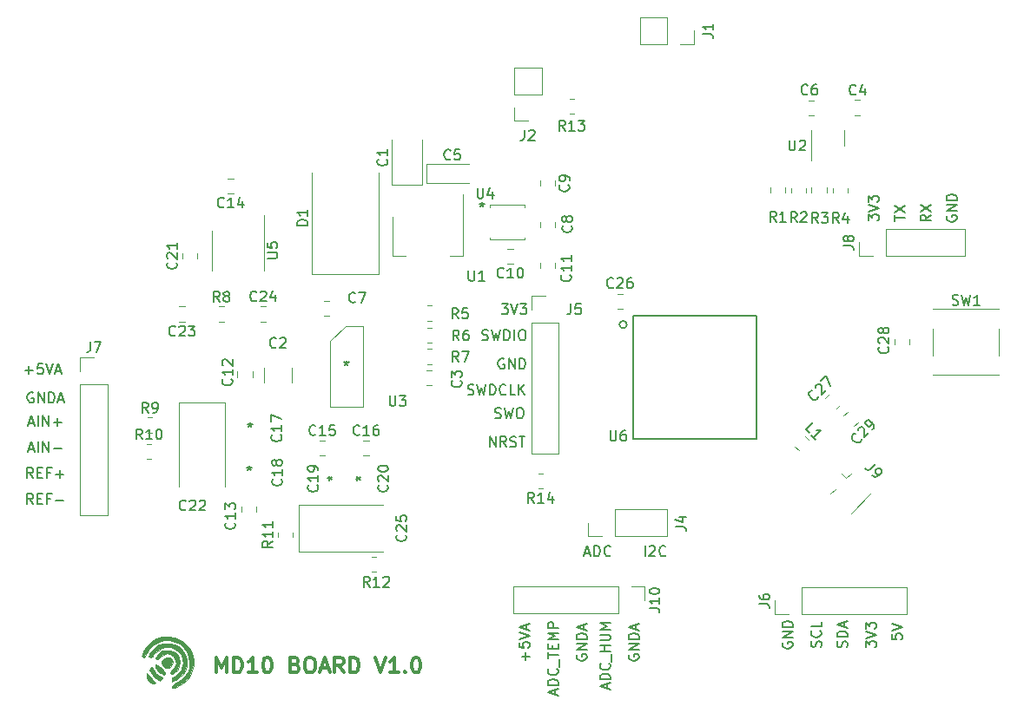
<source format=gbr>
%TF.GenerationSoftware,KiCad,Pcbnew,5.1.9+dfsg1-1*%
%TF.CreationDate,2022-01-11T16:25:16+01:00*%
%TF.ProjectId,wheather_board_v1 ,77686561-7468-4657-925f-626f6172645f,rev?*%
%TF.SameCoordinates,Original*%
%TF.FileFunction,Legend,Top*%
%TF.FilePolarity,Positive*%
%FSLAX46Y46*%
G04 Gerber Fmt 4.6, Leading zero omitted, Abs format (unit mm)*
G04 Created by KiCad (PCBNEW 5.1.9+dfsg1-1) date 2022-01-11 16:25:16*
%MOMM*%
%LPD*%
G01*
G04 APERTURE LIST*
%ADD10C,0.150000*%
%ADD11C,0.300000*%
%ADD12C,0.120000*%
%ADD13C,0.010000*%
G04 APERTURE END LIST*
D10*
X139581142Y-101798380D02*
X139581142Y-100798380D01*
X140152571Y-101798380D01*
X140152571Y-100798380D01*
X141200190Y-101798380D02*
X140866857Y-101322190D01*
X140628761Y-101798380D02*
X140628761Y-100798380D01*
X141009714Y-100798380D01*
X141104952Y-100846000D01*
X141152571Y-100893619D01*
X141200190Y-100988857D01*
X141200190Y-101131714D01*
X141152571Y-101226952D01*
X141104952Y-101274571D01*
X141009714Y-101322190D01*
X140628761Y-101322190D01*
X141581142Y-101750761D02*
X141724000Y-101798380D01*
X141962095Y-101798380D01*
X142057333Y-101750761D01*
X142104952Y-101703142D01*
X142152571Y-101607904D01*
X142152571Y-101512666D01*
X142104952Y-101417428D01*
X142057333Y-101369809D01*
X141962095Y-101322190D01*
X141771619Y-101274571D01*
X141676380Y-101226952D01*
X141628761Y-101179333D01*
X141581142Y-101084095D01*
X141581142Y-100988857D01*
X141628761Y-100893619D01*
X141676380Y-100846000D01*
X141771619Y-100798380D01*
X142009714Y-100798380D01*
X142152571Y-100846000D01*
X142438285Y-100798380D02*
X143009714Y-100798380D01*
X142724000Y-101798380D02*
X142724000Y-100798380D01*
X140097047Y-98956761D02*
X140239904Y-99004380D01*
X140478000Y-99004380D01*
X140573238Y-98956761D01*
X140620857Y-98909142D01*
X140668476Y-98813904D01*
X140668476Y-98718666D01*
X140620857Y-98623428D01*
X140573238Y-98575809D01*
X140478000Y-98528190D01*
X140287523Y-98480571D01*
X140192285Y-98432952D01*
X140144666Y-98385333D01*
X140097047Y-98290095D01*
X140097047Y-98194857D01*
X140144666Y-98099619D01*
X140192285Y-98052000D01*
X140287523Y-98004380D01*
X140525619Y-98004380D01*
X140668476Y-98052000D01*
X141001809Y-98004380D02*
X141239904Y-99004380D01*
X141430380Y-98290095D01*
X141620857Y-99004380D01*
X141858952Y-98004380D01*
X142430380Y-98004380D02*
X142620857Y-98004380D01*
X142716095Y-98052000D01*
X142811333Y-98147238D01*
X142858952Y-98337714D01*
X142858952Y-98671047D01*
X142811333Y-98861523D01*
X142716095Y-98956761D01*
X142620857Y-99004380D01*
X142430380Y-99004380D01*
X142335142Y-98956761D01*
X142239904Y-98861523D01*
X142192285Y-98671047D01*
X142192285Y-98337714D01*
X142239904Y-98147238D01*
X142335142Y-98052000D01*
X142430380Y-98004380D01*
X137446095Y-96670761D02*
X137588952Y-96718380D01*
X137827047Y-96718380D01*
X137922285Y-96670761D01*
X137969904Y-96623142D01*
X138017523Y-96527904D01*
X138017523Y-96432666D01*
X137969904Y-96337428D01*
X137922285Y-96289809D01*
X137827047Y-96242190D01*
X137636571Y-96194571D01*
X137541333Y-96146952D01*
X137493714Y-96099333D01*
X137446095Y-96004095D01*
X137446095Y-95908857D01*
X137493714Y-95813619D01*
X137541333Y-95766000D01*
X137636571Y-95718380D01*
X137874666Y-95718380D01*
X138017523Y-95766000D01*
X138350857Y-95718380D02*
X138588952Y-96718380D01*
X138779428Y-96004095D01*
X138969904Y-96718380D01*
X139208000Y-95718380D01*
X139588952Y-96718380D02*
X139588952Y-95718380D01*
X139827047Y-95718380D01*
X139969904Y-95766000D01*
X140065142Y-95861238D01*
X140112761Y-95956476D01*
X140160380Y-96146952D01*
X140160380Y-96289809D01*
X140112761Y-96480285D01*
X140065142Y-96575523D01*
X139969904Y-96670761D01*
X139827047Y-96718380D01*
X139588952Y-96718380D01*
X141160380Y-96623142D02*
X141112761Y-96670761D01*
X140969904Y-96718380D01*
X140874666Y-96718380D01*
X140731809Y-96670761D01*
X140636571Y-96575523D01*
X140588952Y-96480285D01*
X140541333Y-96289809D01*
X140541333Y-96146952D01*
X140588952Y-95956476D01*
X140636571Y-95861238D01*
X140731809Y-95766000D01*
X140874666Y-95718380D01*
X140969904Y-95718380D01*
X141112761Y-95766000D01*
X141160380Y-95813619D01*
X142065142Y-96718380D02*
X141588952Y-96718380D01*
X141588952Y-95718380D01*
X142398476Y-96718380D02*
X142398476Y-95718380D01*
X142969904Y-96718380D02*
X142541333Y-96146952D01*
X142969904Y-95718380D02*
X142398476Y-96289809D01*
X140970095Y-93226000D02*
X140874857Y-93178380D01*
X140732000Y-93178380D01*
X140589142Y-93226000D01*
X140493904Y-93321238D01*
X140446285Y-93416476D01*
X140398666Y-93606952D01*
X140398666Y-93749809D01*
X140446285Y-93940285D01*
X140493904Y-94035523D01*
X140589142Y-94130761D01*
X140732000Y-94178380D01*
X140827238Y-94178380D01*
X140970095Y-94130761D01*
X141017714Y-94083142D01*
X141017714Y-93749809D01*
X140827238Y-93749809D01*
X141446285Y-94178380D02*
X141446285Y-93178380D01*
X142017714Y-94178380D01*
X142017714Y-93178380D01*
X142493904Y-94178380D02*
X142493904Y-93178380D01*
X142732000Y-93178380D01*
X142874857Y-93226000D01*
X142970095Y-93321238D01*
X143017714Y-93416476D01*
X143065333Y-93606952D01*
X143065333Y-93749809D01*
X143017714Y-93940285D01*
X142970095Y-94035523D01*
X142874857Y-94130761D01*
X142732000Y-94178380D01*
X142493904Y-94178380D01*
X138850952Y-91336761D02*
X138993809Y-91384380D01*
X139231904Y-91384380D01*
X139327142Y-91336761D01*
X139374761Y-91289142D01*
X139422380Y-91193904D01*
X139422380Y-91098666D01*
X139374761Y-91003428D01*
X139327142Y-90955809D01*
X139231904Y-90908190D01*
X139041428Y-90860571D01*
X138946190Y-90812952D01*
X138898571Y-90765333D01*
X138850952Y-90670095D01*
X138850952Y-90574857D01*
X138898571Y-90479619D01*
X138946190Y-90432000D01*
X139041428Y-90384380D01*
X139279523Y-90384380D01*
X139422380Y-90432000D01*
X139755714Y-90384380D02*
X139993809Y-91384380D01*
X140184285Y-90670095D01*
X140374761Y-91384380D01*
X140612857Y-90384380D01*
X140993809Y-91384380D02*
X140993809Y-90384380D01*
X141231904Y-90384380D01*
X141374761Y-90432000D01*
X141470000Y-90527238D01*
X141517619Y-90622476D01*
X141565238Y-90812952D01*
X141565238Y-90955809D01*
X141517619Y-91146285D01*
X141470000Y-91241523D01*
X141374761Y-91336761D01*
X141231904Y-91384380D01*
X140993809Y-91384380D01*
X141993809Y-91384380D02*
X141993809Y-90384380D01*
X142660476Y-90384380D02*
X142850952Y-90384380D01*
X142946190Y-90432000D01*
X143041428Y-90527238D01*
X143089047Y-90717714D01*
X143089047Y-91051047D01*
X143041428Y-91241523D01*
X142946190Y-91336761D01*
X142850952Y-91384380D01*
X142660476Y-91384380D01*
X142565238Y-91336761D01*
X142470000Y-91241523D01*
X142422380Y-91051047D01*
X142422380Y-90717714D01*
X142470000Y-90527238D01*
X142565238Y-90432000D01*
X142660476Y-90384380D01*
X140747904Y-87844380D02*
X141366952Y-87844380D01*
X141033619Y-88225333D01*
X141176476Y-88225333D01*
X141271714Y-88272952D01*
X141319333Y-88320571D01*
X141366952Y-88415809D01*
X141366952Y-88653904D01*
X141319333Y-88749142D01*
X141271714Y-88796761D01*
X141176476Y-88844380D01*
X140890761Y-88844380D01*
X140795523Y-88796761D01*
X140747904Y-88749142D01*
X141652666Y-87844380D02*
X141986000Y-88844380D01*
X142319333Y-87844380D01*
X142557428Y-87844380D02*
X143176476Y-87844380D01*
X142843142Y-88225333D01*
X142986000Y-88225333D01*
X143081238Y-88272952D01*
X143128857Y-88320571D01*
X143176476Y-88415809D01*
X143176476Y-88653904D01*
X143128857Y-88749142D01*
X143081238Y-88796761D01*
X142986000Y-88844380D01*
X142700285Y-88844380D01*
X142605047Y-88796761D01*
X142557428Y-88749142D01*
X184158000Y-79247904D02*
X184110380Y-79343142D01*
X184110380Y-79486000D01*
X184158000Y-79628857D01*
X184253238Y-79724095D01*
X184348476Y-79771714D01*
X184538952Y-79819333D01*
X184681809Y-79819333D01*
X184872285Y-79771714D01*
X184967523Y-79724095D01*
X185062761Y-79628857D01*
X185110380Y-79486000D01*
X185110380Y-79390761D01*
X185062761Y-79247904D01*
X185015142Y-79200285D01*
X184681809Y-79200285D01*
X184681809Y-79390761D01*
X185110380Y-78771714D02*
X184110380Y-78771714D01*
X185110380Y-78200285D01*
X184110380Y-78200285D01*
X185110380Y-77724095D02*
X184110380Y-77724095D01*
X184110380Y-77486000D01*
X184158000Y-77343142D01*
X184253238Y-77247904D01*
X184348476Y-77200285D01*
X184538952Y-77152666D01*
X184681809Y-77152666D01*
X184872285Y-77200285D01*
X184967523Y-77247904D01*
X185062761Y-77343142D01*
X185110380Y-77486000D01*
X185110380Y-77724095D01*
X182570380Y-79160666D02*
X182094190Y-79494000D01*
X182570380Y-79732095D02*
X181570380Y-79732095D01*
X181570380Y-79351142D01*
X181618000Y-79255904D01*
X181665619Y-79208285D01*
X181760857Y-79160666D01*
X181903714Y-79160666D01*
X181998952Y-79208285D01*
X182046571Y-79255904D01*
X182094190Y-79351142D01*
X182094190Y-79732095D01*
X181570380Y-78827333D02*
X182570380Y-78160666D01*
X181570380Y-78160666D02*
X182570380Y-78827333D01*
X179030380Y-79755904D02*
X179030380Y-79184476D01*
X180030380Y-79470190D02*
X179030380Y-79470190D01*
X179030380Y-78946380D02*
X180030380Y-78279714D01*
X179030380Y-78279714D02*
X180030380Y-78946380D01*
X176490380Y-79724095D02*
X176490380Y-79105047D01*
X176871333Y-79438380D01*
X176871333Y-79295523D01*
X176918952Y-79200285D01*
X176966571Y-79152666D01*
X177061809Y-79105047D01*
X177299904Y-79105047D01*
X177395142Y-79152666D01*
X177442761Y-79200285D01*
X177490380Y-79295523D01*
X177490380Y-79581238D01*
X177442761Y-79676476D01*
X177395142Y-79724095D01*
X176490380Y-78819333D02*
X177490380Y-78486000D01*
X176490380Y-78152666D01*
X176490380Y-77914571D02*
X176490380Y-77295523D01*
X176871333Y-77628857D01*
X176871333Y-77486000D01*
X176918952Y-77390761D01*
X176966571Y-77343142D01*
X177061809Y-77295523D01*
X177299904Y-77295523D01*
X177395142Y-77343142D01*
X177442761Y-77390761D01*
X177490380Y-77486000D01*
X177490380Y-77771714D01*
X177442761Y-77866952D01*
X177395142Y-77914571D01*
X178776380Y-120078476D02*
X178776380Y-120554666D01*
X179252571Y-120602285D01*
X179204952Y-120554666D01*
X179157333Y-120459428D01*
X179157333Y-120221333D01*
X179204952Y-120126095D01*
X179252571Y-120078476D01*
X179347809Y-120030857D01*
X179585904Y-120030857D01*
X179681142Y-120078476D01*
X179728761Y-120126095D01*
X179776380Y-120221333D01*
X179776380Y-120459428D01*
X179728761Y-120554666D01*
X179681142Y-120602285D01*
X178776380Y-119745142D02*
X179776380Y-119411809D01*
X178776380Y-119078476D01*
X176236380Y-121380095D02*
X176236380Y-120761047D01*
X176617333Y-121094380D01*
X176617333Y-120951523D01*
X176664952Y-120856285D01*
X176712571Y-120808666D01*
X176807809Y-120761047D01*
X177045904Y-120761047D01*
X177141142Y-120808666D01*
X177188761Y-120856285D01*
X177236380Y-120951523D01*
X177236380Y-121237238D01*
X177188761Y-121332476D01*
X177141142Y-121380095D01*
X176236380Y-120475333D02*
X177236380Y-120142000D01*
X176236380Y-119808666D01*
X176236380Y-119570571D02*
X176236380Y-118951523D01*
X176617333Y-119284857D01*
X176617333Y-119142000D01*
X176664952Y-119046761D01*
X176712571Y-118999142D01*
X176807809Y-118951523D01*
X177045904Y-118951523D01*
X177141142Y-118999142D01*
X177188761Y-119046761D01*
X177236380Y-119142000D01*
X177236380Y-119427714D01*
X177188761Y-119522952D01*
X177141142Y-119570571D01*
X174394761Y-121356285D02*
X174442380Y-121213428D01*
X174442380Y-120975333D01*
X174394761Y-120880095D01*
X174347142Y-120832476D01*
X174251904Y-120784857D01*
X174156666Y-120784857D01*
X174061428Y-120832476D01*
X174013809Y-120880095D01*
X173966190Y-120975333D01*
X173918571Y-121165809D01*
X173870952Y-121261047D01*
X173823333Y-121308666D01*
X173728095Y-121356285D01*
X173632857Y-121356285D01*
X173537619Y-121308666D01*
X173490000Y-121261047D01*
X173442380Y-121165809D01*
X173442380Y-120927714D01*
X173490000Y-120784857D01*
X174442380Y-120356285D02*
X173442380Y-120356285D01*
X173442380Y-120118190D01*
X173490000Y-119975333D01*
X173585238Y-119880095D01*
X173680476Y-119832476D01*
X173870952Y-119784857D01*
X174013809Y-119784857D01*
X174204285Y-119832476D01*
X174299523Y-119880095D01*
X174394761Y-119975333D01*
X174442380Y-120118190D01*
X174442380Y-120356285D01*
X174156666Y-119403904D02*
X174156666Y-118927714D01*
X174442380Y-119499142D02*
X173442380Y-119165809D01*
X174442380Y-118832476D01*
X171854761Y-121332476D02*
X171902380Y-121189619D01*
X171902380Y-120951523D01*
X171854761Y-120856285D01*
X171807142Y-120808666D01*
X171711904Y-120761047D01*
X171616666Y-120761047D01*
X171521428Y-120808666D01*
X171473809Y-120856285D01*
X171426190Y-120951523D01*
X171378571Y-121142000D01*
X171330952Y-121237238D01*
X171283333Y-121284857D01*
X171188095Y-121332476D01*
X171092857Y-121332476D01*
X170997619Y-121284857D01*
X170950000Y-121237238D01*
X170902380Y-121142000D01*
X170902380Y-120903904D01*
X170950000Y-120761047D01*
X171807142Y-119761047D02*
X171854761Y-119808666D01*
X171902380Y-119951523D01*
X171902380Y-120046761D01*
X171854761Y-120189619D01*
X171759523Y-120284857D01*
X171664285Y-120332476D01*
X171473809Y-120380095D01*
X171330952Y-120380095D01*
X171140476Y-120332476D01*
X171045238Y-120284857D01*
X170950000Y-120189619D01*
X170902380Y-120046761D01*
X170902380Y-119951523D01*
X170950000Y-119808666D01*
X170997619Y-119761047D01*
X171902380Y-118856285D02*
X171902380Y-119332476D01*
X170902380Y-119332476D01*
X168156000Y-120903904D02*
X168108380Y-120999142D01*
X168108380Y-121142000D01*
X168156000Y-121284857D01*
X168251238Y-121380095D01*
X168346476Y-121427714D01*
X168536952Y-121475333D01*
X168679809Y-121475333D01*
X168870285Y-121427714D01*
X168965523Y-121380095D01*
X169060761Y-121284857D01*
X169108380Y-121142000D01*
X169108380Y-121046761D01*
X169060761Y-120903904D01*
X169013142Y-120856285D01*
X168679809Y-120856285D01*
X168679809Y-121046761D01*
X169108380Y-120427714D02*
X168108380Y-120427714D01*
X169108380Y-119856285D01*
X168108380Y-119856285D01*
X169108380Y-119380095D02*
X168108380Y-119380095D01*
X168108380Y-119142000D01*
X168156000Y-118999142D01*
X168251238Y-118903904D01*
X168346476Y-118856285D01*
X168536952Y-118808666D01*
X168679809Y-118808666D01*
X168870285Y-118856285D01*
X168965523Y-118903904D01*
X169060761Y-118999142D01*
X169108380Y-119142000D01*
X169108380Y-119380095D01*
X153170000Y-122094476D02*
X153122380Y-122189714D01*
X153122380Y-122332571D01*
X153170000Y-122475428D01*
X153265238Y-122570666D01*
X153360476Y-122618285D01*
X153550952Y-122665904D01*
X153693809Y-122665904D01*
X153884285Y-122618285D01*
X153979523Y-122570666D01*
X154074761Y-122475428D01*
X154122380Y-122332571D01*
X154122380Y-122237333D01*
X154074761Y-122094476D01*
X154027142Y-122046857D01*
X153693809Y-122046857D01*
X153693809Y-122237333D01*
X154122380Y-121618285D02*
X153122380Y-121618285D01*
X154122380Y-121046857D01*
X153122380Y-121046857D01*
X154122380Y-120570666D02*
X153122380Y-120570666D01*
X153122380Y-120332571D01*
X153170000Y-120189714D01*
X153265238Y-120094476D01*
X153360476Y-120046857D01*
X153550952Y-119999238D01*
X153693809Y-119999238D01*
X153884285Y-120046857D01*
X153979523Y-120094476D01*
X154074761Y-120189714D01*
X154122380Y-120332571D01*
X154122380Y-120570666D01*
X153836666Y-119618285D02*
X153836666Y-119142095D01*
X154122380Y-119713523D02*
X153122380Y-119380190D01*
X154122380Y-119046857D01*
X151042666Y-125412095D02*
X151042666Y-124935904D01*
X151328380Y-125507333D02*
X150328380Y-125174000D01*
X151328380Y-124840666D01*
X151328380Y-124507333D02*
X150328380Y-124507333D01*
X150328380Y-124269238D01*
X150376000Y-124126380D01*
X150471238Y-124031142D01*
X150566476Y-123983523D01*
X150756952Y-123935904D01*
X150899809Y-123935904D01*
X151090285Y-123983523D01*
X151185523Y-124031142D01*
X151280761Y-124126380D01*
X151328380Y-124269238D01*
X151328380Y-124507333D01*
X151233142Y-122935904D02*
X151280761Y-122983523D01*
X151328380Y-123126380D01*
X151328380Y-123221619D01*
X151280761Y-123364476D01*
X151185523Y-123459714D01*
X151090285Y-123507333D01*
X150899809Y-123554952D01*
X150756952Y-123554952D01*
X150566476Y-123507333D01*
X150471238Y-123459714D01*
X150376000Y-123364476D01*
X150328380Y-123221619D01*
X150328380Y-123126380D01*
X150376000Y-122983523D01*
X150423619Y-122935904D01*
X151423619Y-122745428D02*
X151423619Y-121983523D01*
X151328380Y-121745428D02*
X150328380Y-121745428D01*
X150804571Y-121745428D02*
X150804571Y-121174000D01*
X151328380Y-121174000D02*
X150328380Y-121174000D01*
X150328380Y-120697809D02*
X151137904Y-120697809D01*
X151233142Y-120650190D01*
X151280761Y-120602571D01*
X151328380Y-120507333D01*
X151328380Y-120316857D01*
X151280761Y-120221619D01*
X151233142Y-120174000D01*
X151137904Y-120126380D01*
X150328380Y-120126380D01*
X151328380Y-119650190D02*
X150328380Y-119650190D01*
X151042666Y-119316857D01*
X150328380Y-118983523D01*
X151328380Y-118983523D01*
X148090000Y-122094476D02*
X148042380Y-122189714D01*
X148042380Y-122332571D01*
X148090000Y-122475428D01*
X148185238Y-122570666D01*
X148280476Y-122618285D01*
X148470952Y-122665904D01*
X148613809Y-122665904D01*
X148804285Y-122618285D01*
X148899523Y-122570666D01*
X148994761Y-122475428D01*
X149042380Y-122332571D01*
X149042380Y-122237333D01*
X148994761Y-122094476D01*
X148947142Y-122046857D01*
X148613809Y-122046857D01*
X148613809Y-122237333D01*
X149042380Y-121618285D02*
X148042380Y-121618285D01*
X149042380Y-121046857D01*
X148042380Y-121046857D01*
X149042380Y-120570666D02*
X148042380Y-120570666D01*
X148042380Y-120332571D01*
X148090000Y-120189714D01*
X148185238Y-120094476D01*
X148280476Y-120046857D01*
X148470952Y-119999238D01*
X148613809Y-119999238D01*
X148804285Y-120046857D01*
X148899523Y-120094476D01*
X148994761Y-120189714D01*
X149042380Y-120332571D01*
X149042380Y-120570666D01*
X148756666Y-119618285D02*
X148756666Y-119142095D01*
X149042380Y-119713523D02*
X148042380Y-119380190D01*
X149042380Y-119046857D01*
X145962666Y-125951809D02*
X145962666Y-125475619D01*
X146248380Y-126047047D02*
X145248380Y-125713714D01*
X146248380Y-125380380D01*
X146248380Y-125047047D02*
X145248380Y-125047047D01*
X145248380Y-124808952D01*
X145296000Y-124666095D01*
X145391238Y-124570857D01*
X145486476Y-124523238D01*
X145676952Y-124475619D01*
X145819809Y-124475619D01*
X146010285Y-124523238D01*
X146105523Y-124570857D01*
X146200761Y-124666095D01*
X146248380Y-124808952D01*
X146248380Y-125047047D01*
X146153142Y-123475619D02*
X146200761Y-123523238D01*
X146248380Y-123666095D01*
X146248380Y-123761333D01*
X146200761Y-123904190D01*
X146105523Y-123999428D01*
X146010285Y-124047047D01*
X145819809Y-124094666D01*
X145676952Y-124094666D01*
X145486476Y-124047047D01*
X145391238Y-123999428D01*
X145296000Y-123904190D01*
X145248380Y-123761333D01*
X145248380Y-123666095D01*
X145296000Y-123523238D01*
X145343619Y-123475619D01*
X146343619Y-123285142D02*
X146343619Y-122523238D01*
X145248380Y-122428000D02*
X145248380Y-121856571D01*
X146248380Y-122142285D02*
X145248380Y-122142285D01*
X145724571Y-121523238D02*
X145724571Y-121189904D01*
X146248380Y-121047047D02*
X146248380Y-121523238D01*
X145248380Y-121523238D01*
X145248380Y-121047047D01*
X146248380Y-120618476D02*
X145248380Y-120618476D01*
X145962666Y-120285142D01*
X145248380Y-119951809D01*
X146248380Y-119951809D01*
X146248380Y-119475619D02*
X145248380Y-119475619D01*
X145248380Y-119094666D01*
X145296000Y-118999428D01*
X145343619Y-118951809D01*
X145438857Y-118904190D01*
X145581714Y-118904190D01*
X145676952Y-118951809D01*
X145724571Y-118999428D01*
X145772190Y-119094666D01*
X145772190Y-119475619D01*
X143073428Y-122618285D02*
X143073428Y-121856380D01*
X143454380Y-122237333D02*
X142692476Y-122237333D01*
X142454380Y-120904000D02*
X142454380Y-121380190D01*
X142930571Y-121427809D01*
X142882952Y-121380190D01*
X142835333Y-121284952D01*
X142835333Y-121046857D01*
X142882952Y-120951619D01*
X142930571Y-120904000D01*
X143025809Y-120856380D01*
X143263904Y-120856380D01*
X143359142Y-120904000D01*
X143406761Y-120951619D01*
X143454380Y-121046857D01*
X143454380Y-121284952D01*
X143406761Y-121380190D01*
X143359142Y-121427809D01*
X142454380Y-120570666D02*
X143454380Y-120237333D01*
X142454380Y-119904000D01*
X143168666Y-119618285D02*
X143168666Y-119142095D01*
X143454380Y-119713523D02*
X142454380Y-119380190D01*
X143454380Y-119046857D01*
X154725809Y-112466380D02*
X154725809Y-111466380D01*
X155154380Y-111561619D02*
X155202000Y-111514000D01*
X155297238Y-111466380D01*
X155535333Y-111466380D01*
X155630571Y-111514000D01*
X155678190Y-111561619D01*
X155725809Y-111656857D01*
X155725809Y-111752095D01*
X155678190Y-111894952D01*
X155106761Y-112466380D01*
X155725809Y-112466380D01*
X156725809Y-112371142D02*
X156678190Y-112418761D01*
X156535333Y-112466380D01*
X156440095Y-112466380D01*
X156297238Y-112418761D01*
X156202000Y-112323523D01*
X156154380Y-112228285D01*
X156106761Y-112037809D01*
X156106761Y-111894952D01*
X156154380Y-111704476D01*
X156202000Y-111609238D01*
X156297238Y-111514000D01*
X156440095Y-111466380D01*
X156535333Y-111466380D01*
X156678190Y-111514000D01*
X156725809Y-111561619D01*
X148875904Y-112180666D02*
X149352095Y-112180666D01*
X148780666Y-112466380D02*
X149114000Y-111466380D01*
X149447333Y-112466380D01*
X149780666Y-112466380D02*
X149780666Y-111466380D01*
X150018761Y-111466380D01*
X150161619Y-111514000D01*
X150256857Y-111609238D01*
X150304476Y-111704476D01*
X150352095Y-111894952D01*
X150352095Y-112037809D01*
X150304476Y-112228285D01*
X150256857Y-112323523D01*
X150161619Y-112418761D01*
X150018761Y-112466380D01*
X149780666Y-112466380D01*
X151352095Y-112371142D02*
X151304476Y-112418761D01*
X151161619Y-112466380D01*
X151066380Y-112466380D01*
X150923523Y-112418761D01*
X150828285Y-112323523D01*
X150780666Y-112228285D01*
X150733047Y-112037809D01*
X150733047Y-111894952D01*
X150780666Y-111704476D01*
X150828285Y-111609238D01*
X150923523Y-111514000D01*
X151066380Y-111466380D01*
X151161619Y-111466380D01*
X151304476Y-111514000D01*
X151352095Y-111561619D01*
X95075523Y-107386380D02*
X94742190Y-106910190D01*
X94504095Y-107386380D02*
X94504095Y-106386380D01*
X94885047Y-106386380D01*
X94980285Y-106434000D01*
X95027904Y-106481619D01*
X95075523Y-106576857D01*
X95075523Y-106719714D01*
X95027904Y-106814952D01*
X94980285Y-106862571D01*
X94885047Y-106910190D01*
X94504095Y-106910190D01*
X95504095Y-106862571D02*
X95837428Y-106862571D01*
X95980285Y-107386380D02*
X95504095Y-107386380D01*
X95504095Y-106386380D01*
X95980285Y-106386380D01*
X96742190Y-106862571D02*
X96408857Y-106862571D01*
X96408857Y-107386380D02*
X96408857Y-106386380D01*
X96885047Y-106386380D01*
X97266000Y-107005428D02*
X98027904Y-107005428D01*
X95075523Y-104846380D02*
X94742190Y-104370190D01*
X94504095Y-104846380D02*
X94504095Y-103846380D01*
X94885047Y-103846380D01*
X94980285Y-103894000D01*
X95027904Y-103941619D01*
X95075523Y-104036857D01*
X95075523Y-104179714D01*
X95027904Y-104274952D01*
X94980285Y-104322571D01*
X94885047Y-104370190D01*
X94504095Y-104370190D01*
X95504095Y-104322571D02*
X95837428Y-104322571D01*
X95980285Y-104846380D02*
X95504095Y-104846380D01*
X95504095Y-103846380D01*
X95980285Y-103846380D01*
X96742190Y-104322571D02*
X96408857Y-104322571D01*
X96408857Y-104846380D02*
X96408857Y-103846380D01*
X96885047Y-103846380D01*
X97266000Y-104465428D02*
X98027904Y-104465428D01*
X97646952Y-104846380D02*
X97646952Y-104084476D01*
X94646952Y-102020666D02*
X95123142Y-102020666D01*
X94551714Y-102306380D02*
X94885047Y-101306380D01*
X95218380Y-102306380D01*
X95551714Y-102306380D02*
X95551714Y-101306380D01*
X96027904Y-102306380D02*
X96027904Y-101306380D01*
X96599333Y-102306380D01*
X96599333Y-101306380D01*
X97075523Y-101925428D02*
X97837428Y-101925428D01*
X94646952Y-99480666D02*
X95123142Y-99480666D01*
X94551714Y-99766380D02*
X94885047Y-98766380D01*
X95218380Y-99766380D01*
X95551714Y-99766380D02*
X95551714Y-98766380D01*
X96027904Y-99766380D02*
X96027904Y-98766380D01*
X96599333Y-99766380D01*
X96599333Y-98766380D01*
X97075523Y-99385428D02*
X97837428Y-99385428D01*
X97456476Y-99766380D02*
X97456476Y-99004476D01*
X94297714Y-94305428D02*
X95059619Y-94305428D01*
X94678666Y-94686380D02*
X94678666Y-93924476D01*
X96012000Y-93686380D02*
X95535809Y-93686380D01*
X95488190Y-94162571D01*
X95535809Y-94114952D01*
X95631047Y-94067333D01*
X95869142Y-94067333D01*
X95964380Y-94114952D01*
X96012000Y-94162571D01*
X96059619Y-94257809D01*
X96059619Y-94495904D01*
X96012000Y-94591142D01*
X95964380Y-94638761D01*
X95869142Y-94686380D01*
X95631047Y-94686380D01*
X95535809Y-94638761D01*
X95488190Y-94591142D01*
X96345333Y-93686380D02*
X96678666Y-94686380D01*
X97012000Y-93686380D01*
X97297714Y-94400666D02*
X97773904Y-94400666D01*
X97202476Y-94686380D02*
X97535809Y-93686380D01*
X97869142Y-94686380D01*
X95075523Y-96528000D02*
X94980285Y-96480380D01*
X94837428Y-96480380D01*
X94694571Y-96528000D01*
X94599333Y-96623238D01*
X94551714Y-96718476D01*
X94504095Y-96908952D01*
X94504095Y-97051809D01*
X94551714Y-97242285D01*
X94599333Y-97337523D01*
X94694571Y-97432761D01*
X94837428Y-97480380D01*
X94932666Y-97480380D01*
X95075523Y-97432761D01*
X95123142Y-97385142D01*
X95123142Y-97051809D01*
X94932666Y-97051809D01*
X95551714Y-97480380D02*
X95551714Y-96480380D01*
X96123142Y-97480380D01*
X96123142Y-96480380D01*
X96599333Y-97480380D02*
X96599333Y-96480380D01*
X96837428Y-96480380D01*
X96980285Y-96528000D01*
X97075523Y-96623238D01*
X97123142Y-96718476D01*
X97170761Y-96908952D01*
X97170761Y-97051809D01*
X97123142Y-97242285D01*
X97075523Y-97337523D01*
X96980285Y-97432761D01*
X96837428Y-97480380D01*
X96599333Y-97480380D01*
X97551714Y-97194666D02*
X98027904Y-97194666D01*
X97456476Y-97480380D02*
X97789809Y-96480380D01*
X98123142Y-97480380D01*
D11*
X112905828Y-123843171D02*
X112905828Y-122343171D01*
X113405828Y-123414600D01*
X113905828Y-122343171D01*
X113905828Y-123843171D01*
X114620114Y-123843171D02*
X114620114Y-122343171D01*
X114977257Y-122343171D01*
X115191542Y-122414600D01*
X115334400Y-122557457D01*
X115405828Y-122700314D01*
X115477257Y-122986028D01*
X115477257Y-123200314D01*
X115405828Y-123486028D01*
X115334400Y-123628885D01*
X115191542Y-123771742D01*
X114977257Y-123843171D01*
X114620114Y-123843171D01*
X116905828Y-123843171D02*
X116048685Y-123843171D01*
X116477257Y-123843171D02*
X116477257Y-122343171D01*
X116334400Y-122557457D01*
X116191542Y-122700314D01*
X116048685Y-122771742D01*
X117834400Y-122343171D02*
X117977257Y-122343171D01*
X118120114Y-122414600D01*
X118191542Y-122486028D01*
X118262971Y-122628885D01*
X118334400Y-122914600D01*
X118334400Y-123271742D01*
X118262971Y-123557457D01*
X118191542Y-123700314D01*
X118120114Y-123771742D01*
X117977257Y-123843171D01*
X117834400Y-123843171D01*
X117691542Y-123771742D01*
X117620114Y-123700314D01*
X117548685Y-123557457D01*
X117477257Y-123271742D01*
X117477257Y-122914600D01*
X117548685Y-122628885D01*
X117620114Y-122486028D01*
X117691542Y-122414600D01*
X117834400Y-122343171D01*
X120620114Y-123057457D02*
X120834400Y-123128885D01*
X120905828Y-123200314D01*
X120977257Y-123343171D01*
X120977257Y-123557457D01*
X120905828Y-123700314D01*
X120834400Y-123771742D01*
X120691542Y-123843171D01*
X120120114Y-123843171D01*
X120120114Y-122343171D01*
X120620114Y-122343171D01*
X120762971Y-122414600D01*
X120834400Y-122486028D01*
X120905828Y-122628885D01*
X120905828Y-122771742D01*
X120834400Y-122914600D01*
X120762971Y-122986028D01*
X120620114Y-123057457D01*
X120120114Y-123057457D01*
X121905828Y-122343171D02*
X122191542Y-122343171D01*
X122334400Y-122414600D01*
X122477257Y-122557457D01*
X122548685Y-122843171D01*
X122548685Y-123343171D01*
X122477257Y-123628885D01*
X122334400Y-123771742D01*
X122191542Y-123843171D01*
X121905828Y-123843171D01*
X121762971Y-123771742D01*
X121620114Y-123628885D01*
X121548685Y-123343171D01*
X121548685Y-122843171D01*
X121620114Y-122557457D01*
X121762971Y-122414600D01*
X121905828Y-122343171D01*
X123120114Y-123414600D02*
X123834400Y-123414600D01*
X122977257Y-123843171D02*
X123477257Y-122343171D01*
X123977257Y-123843171D01*
X125334400Y-123843171D02*
X124834400Y-123128885D01*
X124477257Y-123843171D02*
X124477257Y-122343171D01*
X125048685Y-122343171D01*
X125191542Y-122414600D01*
X125262971Y-122486028D01*
X125334400Y-122628885D01*
X125334400Y-122843171D01*
X125262971Y-122986028D01*
X125191542Y-123057457D01*
X125048685Y-123128885D01*
X124477257Y-123128885D01*
X125977257Y-123843171D02*
X125977257Y-122343171D01*
X126334400Y-122343171D01*
X126548685Y-122414600D01*
X126691542Y-122557457D01*
X126762971Y-122700314D01*
X126834400Y-122986028D01*
X126834400Y-123200314D01*
X126762971Y-123486028D01*
X126691542Y-123628885D01*
X126548685Y-123771742D01*
X126334400Y-123843171D01*
X125977257Y-123843171D01*
X128405828Y-122343171D02*
X128905828Y-123843171D01*
X129405828Y-122343171D01*
X130691542Y-123843171D02*
X129834400Y-123843171D01*
X130262971Y-123843171D02*
X130262971Y-122343171D01*
X130120114Y-122557457D01*
X129977257Y-122700314D01*
X129834400Y-122771742D01*
X131334400Y-123700314D02*
X131405828Y-123771742D01*
X131334400Y-123843171D01*
X131262971Y-123771742D01*
X131334400Y-123700314D01*
X131334400Y-123843171D01*
X132334400Y-122343171D02*
X132477257Y-122343171D01*
X132620114Y-122414600D01*
X132691542Y-122486028D01*
X132762971Y-122628885D01*
X132834400Y-122914600D01*
X132834400Y-123271742D01*
X132762971Y-123557457D01*
X132691542Y-123700314D01*
X132620114Y-123771742D01*
X132477257Y-123843171D01*
X132334400Y-123843171D01*
X132191542Y-123771742D01*
X132120114Y-123700314D01*
X132048685Y-123557457D01*
X131977257Y-123271742D01*
X131977257Y-122914600D01*
X132048685Y-122628885D01*
X132120114Y-122486028D01*
X132191542Y-122414600D01*
X132334400Y-122343171D01*
D12*
%TO.C,J2*%
X143306800Y-69986200D02*
X141976800Y-69986200D01*
X141976800Y-69986200D02*
X141976800Y-68656200D01*
X141976800Y-67386200D02*
X141976800Y-64786200D01*
X144636800Y-64786200D02*
X141976800Y-64786200D01*
X144636800Y-67386200D02*
X144636800Y-64786200D01*
X144636800Y-67386200D02*
X141976800Y-67386200D01*
%TO.C,J1*%
X156870400Y-59858600D02*
X156870400Y-62518600D01*
X156870400Y-59858600D02*
X154270400Y-59858600D01*
X154270400Y-59858600D02*
X154270400Y-62518600D01*
X156870400Y-62518600D02*
X154270400Y-62518600D01*
X159470400Y-62518600D02*
X158140400Y-62518600D01*
X159470400Y-61188600D02*
X159470400Y-62518600D01*
%TO.C,SW1*%
X189251800Y-88326400D02*
X189251800Y-88356400D01*
X189251800Y-94786400D02*
X189251800Y-94756400D01*
X182791800Y-94786400D02*
X182791800Y-94756400D01*
X182791800Y-88356400D02*
X182791800Y-88326400D01*
X189251800Y-90256400D02*
X189251800Y-92856400D01*
X182791800Y-88326400D02*
X189251800Y-88326400D01*
X182791800Y-90256400D02*
X182791800Y-92856400D01*
X182791800Y-94786400D02*
X189251800Y-94786400D01*
%TO.C,C25*%
X120967600Y-112013400D02*
X129202600Y-112013400D01*
X120967600Y-107493400D02*
X120967600Y-112013400D01*
X129202600Y-107493400D02*
X120967600Y-107493400D01*
%TO.C,C22*%
X113766000Y-105706800D02*
X113766000Y-97471800D01*
X113766000Y-97471800D02*
X109246000Y-97471800D01*
X109246000Y-97471800D02*
X109246000Y-105706800D01*
%TO.C,R14*%
X144769064Y-105891000D02*
X144314936Y-105891000D01*
X144769064Y-104421000D02*
X144314936Y-104421000D01*
%TO.C,U4*%
X142976600Y-78396659D02*
X142976600Y-78206600D01*
X139623800Y-81369341D02*
X139623800Y-81559400D01*
X139623800Y-78206600D02*
X139623800Y-78396659D01*
X142976600Y-78206600D02*
X139623800Y-78206600D01*
X142976600Y-81559400D02*
X142976600Y-81369341D01*
X139623800Y-81559400D02*
X142976600Y-81559400D01*
%TO.C,U5*%
X117596600Y-82626200D02*
X117596600Y-79176200D01*
X117596600Y-82626200D02*
X117596600Y-84576200D01*
X112476600Y-82626200D02*
X112476600Y-80676200D01*
X112476600Y-82626200D02*
X112476600Y-84576200D01*
%TO.C,U2*%
X170957600Y-73890000D02*
X170957600Y-70890000D01*
X174177600Y-72390000D02*
X174177600Y-70890000D01*
%TO.C,U1*%
X136937400Y-77140600D02*
X136937400Y-83150600D01*
X130117400Y-79390600D02*
X130117400Y-83150600D01*
X136937400Y-83150600D02*
X135677400Y-83150600D01*
X130117400Y-83150600D02*
X131377400Y-83150600D01*
%TO.C,R13*%
X147817064Y-69315000D02*
X147362936Y-69315000D01*
X147817064Y-67845000D02*
X147362936Y-67845000D01*
%TO.C,R12*%
X128058936Y-113993600D02*
X128513064Y-113993600D01*
X128058936Y-112523600D02*
X128513064Y-112523600D01*
%TO.C,R11*%
X120369000Y-110590064D02*
X120369000Y-110135936D01*
X118899000Y-110590064D02*
X118899000Y-110135936D01*
%TO.C,R10*%
X106138736Y-102995400D02*
X106592864Y-102995400D01*
X106138736Y-101525400D02*
X106592864Y-101525400D01*
%TO.C,R9*%
X106224336Y-98934600D02*
X106678464Y-98934600D01*
X106224336Y-100404600D02*
X106678464Y-100404600D01*
%TO.C,R8*%
X113199936Y-89584200D02*
X113654064Y-89584200D01*
X113199936Y-88114200D02*
X113654064Y-88114200D01*
%TO.C,R7*%
X133948664Y-92254400D02*
X133494536Y-92254400D01*
X133948664Y-93724400D02*
X133494536Y-93724400D01*
%TO.C,R6*%
X133923264Y-91641600D02*
X133469136Y-91641600D01*
X133923264Y-90171600D02*
X133469136Y-90171600D01*
%TO.C,R5*%
X133923264Y-88012600D02*
X133469136Y-88012600D01*
X133923264Y-89482600D02*
X133469136Y-89482600D01*
%TO.C,R4*%
X174496400Y-76969864D02*
X174496400Y-76515736D01*
X173026400Y-76969864D02*
X173026400Y-76515736D01*
%TO.C,R3*%
X170943600Y-76944464D02*
X170943600Y-76490336D01*
X172413600Y-76944464D02*
X172413600Y-76490336D01*
%TO.C,R2*%
X168962400Y-76969864D02*
X168962400Y-76515736D01*
X170432400Y-76969864D02*
X170432400Y-76515736D01*
%TO.C,R1*%
X166930400Y-76951064D02*
X166930400Y-76496936D01*
X168400400Y-76951064D02*
X168400400Y-76496936D01*
%TO.C,L1*%
X169327237Y-101751329D02*
X169696703Y-102120795D01*
X170331329Y-100747237D02*
X170700795Y-101116703D01*
%TO.C,J9*%
X174804102Y-104403861D02*
X174351554Y-104856409D01*
X172824203Y-106383760D02*
X173276751Y-105931212D01*
X174351554Y-104856409D02*
X173906076Y-104410932D01*
X176692077Y-106362547D02*
X174782889Y-108271735D01*
%TO.C,J8*%
X175606400Y-83168800D02*
X175606400Y-81838800D01*
X176936400Y-83168800D02*
X175606400Y-83168800D01*
X178206400Y-83168800D02*
X178206400Y-80508800D01*
X178206400Y-80508800D02*
X185886400Y-80508800D01*
X178206400Y-83168800D02*
X185886400Y-83168800D01*
X185886400Y-83168800D02*
X185886400Y-80508800D01*
%TO.C,J7*%
X99660400Y-108441800D02*
X102320400Y-108441800D01*
X99660400Y-95681800D02*
X99660400Y-108441800D01*
X102320400Y-95681800D02*
X102320400Y-108441800D01*
X99660400Y-95681800D02*
X102320400Y-95681800D01*
X99660400Y-94411800D02*
X99660400Y-93081800D01*
X99660400Y-93081800D02*
X100990400Y-93081800D01*
%TO.C,J6*%
X167400000Y-118140000D02*
X167400000Y-116810000D01*
X168730000Y-118140000D02*
X167400000Y-118140000D01*
X170000000Y-118140000D02*
X170000000Y-115480000D01*
X170000000Y-115480000D02*
X180220000Y-115480000D01*
X170000000Y-118140000D02*
X180220000Y-118140000D01*
X180220000Y-118140000D02*
X180220000Y-115480000D01*
%TO.C,D1*%
X122226000Y-84950800D02*
X122226000Y-75050800D01*
X128726000Y-84950800D02*
X128726000Y-75050800D01*
X128726000Y-84950800D02*
X122226000Y-84950800D01*
%TO.C,C29*%
X175109413Y-99792834D02*
X175478880Y-99423367D01*
X174069966Y-98753387D02*
X174439433Y-98383920D01*
%TO.C,C28*%
X180490800Y-91254948D02*
X180490800Y-91777452D01*
X179020800Y-91254948D02*
X179020800Y-91777452D01*
%TO.C,C27*%
X173337367Y-98059680D02*
X173706834Y-97690213D01*
X172297920Y-97020233D02*
X172667387Y-96650766D01*
%TO.C,C26*%
X152530352Y-86895000D02*
X152007848Y-86895000D01*
X152530352Y-88365000D02*
X152007848Y-88365000D01*
%TO.C,C24*%
X117235248Y-89558800D02*
X117757752Y-89558800D01*
X117235248Y-88088800D02*
X117757752Y-88088800D01*
%TO.C,C23*%
X109836852Y-89584200D02*
X109314348Y-89584200D01*
X109836852Y-88114200D02*
X109314348Y-88114200D01*
%TO.C,C21*%
X111072600Y-83424752D02*
X111072600Y-82902248D01*
X109602600Y-83424752D02*
X109602600Y-82902248D01*
%TO.C,C16*%
X127268248Y-102639800D02*
X127790752Y-102639800D01*
X127268248Y-101169800D02*
X127790752Y-101169800D01*
%TO.C,C15*%
X123001048Y-101169800D02*
X123523552Y-101169800D01*
X123001048Y-102639800D02*
X123523552Y-102639800D01*
%TO.C,C14*%
X114586652Y-77062000D02*
X114064148Y-77062000D01*
X114586652Y-75592000D02*
X114064148Y-75592000D01*
%TO.C,C13*%
X116838400Y-107591048D02*
X116838400Y-108113552D01*
X115368400Y-107591048D02*
X115368400Y-108113552D01*
%TO.C,C12*%
X116457400Y-94459248D02*
X116457400Y-94981752D01*
X114987400Y-94459248D02*
X114987400Y-94981752D01*
%TO.C,C11*%
X145946800Y-83838148D02*
X145946800Y-84360652D01*
X144476800Y-83838148D02*
X144476800Y-84360652D01*
%TO.C,C10*%
X141840852Y-82450000D02*
X141318348Y-82450000D01*
X141840852Y-83920000D02*
X141318348Y-83920000D01*
%TO.C,C9*%
X145946800Y-75815648D02*
X145946800Y-76338152D01*
X144476800Y-75815648D02*
X144476800Y-76338152D01*
%TO.C,C8*%
X145946800Y-80368952D02*
X145946800Y-79846448D01*
X144476800Y-80368952D02*
X144476800Y-79846448D01*
%TO.C,C7*%
X123929952Y-87555400D02*
X123407448Y-87555400D01*
X123929952Y-89025400D02*
X123407448Y-89025400D01*
%TO.C,C6*%
X171203252Y-69467400D02*
X170680748Y-69467400D01*
X171203252Y-67997400D02*
X170680748Y-67997400D01*
%TO.C,C5*%
X133445500Y-76017400D02*
X137530500Y-76017400D01*
X133445500Y-74147400D02*
X133445500Y-76017400D01*
X137530500Y-74147400D02*
X133445500Y-74147400D01*
%TO.C,C4*%
X175180448Y-69416600D02*
X175702952Y-69416600D01*
X175180448Y-67946600D02*
X175702952Y-67946600D01*
%TO.C,C3*%
X133422848Y-95781800D02*
X133945352Y-95781800D01*
X133422848Y-94311800D02*
X133945352Y-94311800D01*
%TO.C,C2*%
X117613600Y-94093848D02*
X117613600Y-95516352D01*
X120333600Y-94093848D02*
X120333600Y-95516352D01*
%TO.C,C1*%
X133031200Y-76193400D02*
X133031200Y-71808400D01*
X130011200Y-76193400D02*
X133031200Y-76193400D01*
X130011200Y-71808400D02*
X130011200Y-76193400D01*
%TO.C,J10*%
X141870000Y-115420000D02*
X141870000Y-118080000D01*
X152090000Y-115420000D02*
X141870000Y-115420000D01*
X152090000Y-118080000D02*
X141870000Y-118080000D01*
X152090000Y-115420000D02*
X152090000Y-118080000D01*
X153360000Y-115420000D02*
X154690000Y-115420000D01*
X154690000Y-115420000D02*
X154690000Y-116750000D01*
%TO.C,J5*%
X143653200Y-87087400D02*
X144983200Y-87087400D01*
X143653200Y-88417400D02*
X143653200Y-87087400D01*
X143653200Y-89687400D02*
X146313200Y-89687400D01*
X146313200Y-89687400D02*
X146313200Y-102447400D01*
X143653200Y-89687400D02*
X143653200Y-102447400D01*
X143653200Y-102447400D02*
X146313200Y-102447400D01*
%TO.C,J4*%
X149160000Y-110550000D02*
X149160000Y-109220000D01*
X150490000Y-110550000D02*
X149160000Y-110550000D01*
X151760000Y-110550000D02*
X151760000Y-107890000D01*
X151760000Y-107890000D02*
X156900000Y-107890000D01*
X151760000Y-110550000D02*
X156900000Y-110550000D01*
X156900000Y-110550000D02*
X156900000Y-107890000D01*
%TO.C,U3*%
X124003001Y-97879197D02*
X127203002Y-97879197D01*
X127203002Y-97879197D02*
X127203002Y-89979198D01*
X124003001Y-97879197D02*
X124003001Y-91490599D01*
X124003001Y-91490599D02*
X125514402Y-89979198D01*
X125514402Y-89979198D02*
X127203002Y-89979198D01*
D10*
%TO.C,U6*%
X153562800Y-89027000D02*
X165562800Y-89027000D01*
X165562800Y-89027000D02*
X165562800Y-101027000D01*
X165562800Y-101027000D02*
X153562800Y-101027000D01*
X153562800Y-101027000D02*
X153562800Y-89027000D01*
X152945153Y-89867000D02*
G75*
G03*
X152945153Y-89867000I-362353J0D01*
G01*
D13*
%TO.C,G\u002A\u002A\u002A*%
G36*
X108871265Y-120404760D02*
G01*
X109442449Y-120644263D01*
X109895283Y-120966423D01*
X110270957Y-121403035D01*
X110538111Y-121936732D01*
X110686076Y-122526402D01*
X110704182Y-123130931D01*
X110596198Y-123667221D01*
X110382020Y-124105384D01*
X110052270Y-124537931D01*
X109654121Y-124912473D01*
X109238650Y-125174812D01*
X108924091Y-125310755D01*
X108730138Y-125362413D01*
X108631287Y-125331092D01*
X108602033Y-125218099D01*
X108601933Y-125207420D01*
X108660386Y-125073809D01*
X108850688Y-124940565D01*
X109024559Y-124858631D01*
X109459439Y-124595591D01*
X109851727Y-124220481D01*
X110144739Y-123789976D01*
X110190498Y-123692883D01*
X110263728Y-123435080D01*
X110313097Y-123092445D01*
X110326429Y-122834400D01*
X110255449Y-122262860D01*
X110051276Y-121764457D01*
X109737468Y-121348267D01*
X109337582Y-121023365D01*
X108875174Y-120798829D01*
X108373801Y-120683735D01*
X107857020Y-120687159D01*
X107348387Y-120818177D01*
X106871459Y-121085866D01*
X106550690Y-121379615D01*
X106343650Y-121639521D01*
X106170247Y-121908521D01*
X106110511Y-122028180D01*
X105971803Y-122255822D01*
X105812253Y-122326400D01*
X105691412Y-122307806D01*
X105649980Y-122232426D01*
X105688711Y-122070861D01*
X105808358Y-121793715D01*
X105826929Y-121753977D01*
X106162777Y-121221799D01*
X106600834Y-120806041D01*
X107115906Y-120511581D01*
X107682798Y-120343296D01*
X108276316Y-120306063D01*
X108871265Y-120404760D01*
G37*
X108871265Y-120404760D02*
X109442449Y-120644263D01*
X109895283Y-120966423D01*
X110270957Y-121403035D01*
X110538111Y-121936732D01*
X110686076Y-122526402D01*
X110704182Y-123130931D01*
X110596198Y-123667221D01*
X110382020Y-124105384D01*
X110052270Y-124537931D01*
X109654121Y-124912473D01*
X109238650Y-125174812D01*
X108924091Y-125310755D01*
X108730138Y-125362413D01*
X108631287Y-125331092D01*
X108602033Y-125218099D01*
X108601933Y-125207420D01*
X108660386Y-125073809D01*
X108850688Y-124940565D01*
X109024559Y-124858631D01*
X109459439Y-124595591D01*
X109851727Y-124220481D01*
X110144739Y-123789976D01*
X110190498Y-123692883D01*
X110263728Y-123435080D01*
X110313097Y-123092445D01*
X110326429Y-122834400D01*
X110255449Y-122262860D01*
X110051276Y-121764457D01*
X109737468Y-121348267D01*
X109337582Y-121023365D01*
X108875174Y-120798829D01*
X108373801Y-120683735D01*
X107857020Y-120687159D01*
X107348387Y-120818177D01*
X106871459Y-121085866D01*
X106550690Y-121379615D01*
X106343650Y-121639521D01*
X106170247Y-121908521D01*
X106110511Y-122028180D01*
X105971803Y-122255822D01*
X105812253Y-122326400D01*
X105691412Y-122307806D01*
X105649980Y-122232426D01*
X105688711Y-122070861D01*
X105808358Y-121793715D01*
X105826929Y-121753977D01*
X106162777Y-121221799D01*
X106600834Y-120806041D01*
X107115906Y-120511581D01*
X107682798Y-120343296D01*
X108276316Y-120306063D01*
X108871265Y-120404760D01*
G36*
X106569933Y-124350336D02*
G01*
X106778807Y-124565287D01*
X106930049Y-124732519D01*
X106992963Y-124817973D01*
X106993266Y-124820034D01*
X106928178Y-124875338D01*
X106769972Y-124863689D01*
X106574232Y-124799138D01*
X106396545Y-124695730D01*
X106354418Y-124658581D01*
X106181212Y-124385557D01*
X106146599Y-124188883D01*
X106146599Y-123927003D01*
X106569933Y-124350336D01*
G37*
X106569933Y-124350336D02*
X106778807Y-124565287D01*
X106930049Y-124732519D01*
X106992963Y-124817973D01*
X106993266Y-124820034D01*
X106928178Y-124875338D01*
X106769972Y-124863689D01*
X106574232Y-124799138D01*
X106396545Y-124695730D01*
X106354418Y-124658581D01*
X106181212Y-124385557D01*
X106146599Y-124188883D01*
X106146599Y-123927003D01*
X106569933Y-124350336D01*
G36*
X108880191Y-121103907D02*
G01*
X109339994Y-121357211D01*
X109697555Y-121728189D01*
X109933663Y-122197757D01*
X110024778Y-122663751D01*
X110007336Y-123218102D01*
X109860238Y-123685643D01*
X109595820Y-124074316D01*
X109404167Y-124254955D01*
X109157242Y-124440101D01*
X108907430Y-124595348D01*
X108707120Y-124686289D01*
X108647639Y-124697066D01*
X108613246Y-124624425D01*
X108601933Y-124485400D01*
X108635385Y-124326361D01*
X108699774Y-124273733D01*
X108880596Y-124207190D01*
X109103438Y-124035008D01*
X109325941Y-123798362D01*
X109505742Y-123538424D01*
X109553051Y-123444392D01*
X109676781Y-122982346D01*
X109652348Y-122537081D01*
X109500839Y-122130677D01*
X109243341Y-121785212D01*
X108900941Y-121522766D01*
X108494726Y-121365418D01*
X108045783Y-121335247D01*
X107630954Y-121431873D01*
X107388469Y-121559710D01*
X107136353Y-121746718D01*
X106916997Y-121954256D01*
X106772793Y-122143684D01*
X106739266Y-122244679D01*
X106666792Y-122306116D01*
X106527600Y-122326400D01*
X106375593Y-122308640D01*
X106329459Y-122237413D01*
X106389531Y-122085796D01*
X106533377Y-121860274D01*
X106914981Y-121417836D01*
X107359059Y-121131101D01*
X107877719Y-120994210D01*
X108337356Y-120987361D01*
X108880191Y-121103907D01*
G37*
X108880191Y-121103907D02*
X109339994Y-121357211D01*
X109697555Y-121728189D01*
X109933663Y-122197757D01*
X110024778Y-122663751D01*
X110007336Y-123218102D01*
X109860238Y-123685643D01*
X109595820Y-124074316D01*
X109404167Y-124254955D01*
X109157242Y-124440101D01*
X108907430Y-124595348D01*
X108707120Y-124686289D01*
X108647639Y-124697066D01*
X108613246Y-124624425D01*
X108601933Y-124485400D01*
X108635385Y-124326361D01*
X108699774Y-124273733D01*
X108880596Y-124207190D01*
X109103438Y-124035008D01*
X109325941Y-123798362D01*
X109505742Y-123538424D01*
X109553051Y-123444392D01*
X109676781Y-122982346D01*
X109652348Y-122537081D01*
X109500839Y-122130677D01*
X109243341Y-121785212D01*
X108900941Y-121522766D01*
X108494726Y-121365418D01*
X108045783Y-121335247D01*
X107630954Y-121431873D01*
X107388469Y-121559710D01*
X107136353Y-121746718D01*
X106916997Y-121954256D01*
X106772793Y-122143684D01*
X106739266Y-122244679D01*
X106666792Y-122306116D01*
X106527600Y-122326400D01*
X106375593Y-122308640D01*
X106329459Y-122237413D01*
X106389531Y-122085796D01*
X106533377Y-121860274D01*
X106914981Y-121417836D01*
X107359059Y-121131101D01*
X107877719Y-120994210D01*
X108337356Y-120987361D01*
X108880191Y-121103907D01*
G36*
X106671700Y-123334362D02*
G01*
X106768287Y-123488866D01*
X106814032Y-123576993D01*
X107015577Y-123859536D01*
X107278066Y-124091574D01*
X107308134Y-124110570D01*
X107509648Y-124232947D01*
X107640544Y-124314606D01*
X107661498Y-124328723D01*
X107645084Y-124401639D01*
X107558399Y-124515246D01*
X107459534Y-124599791D01*
X107427399Y-124609825D01*
X107318757Y-124571093D01*
X107204933Y-124513826D01*
X106898553Y-124291111D01*
X106631337Y-124003740D01*
X106478841Y-123750221D01*
X106419613Y-123555847D01*
X106455725Y-123427915D01*
X106507754Y-123368293D01*
X106596562Y-123302147D01*
X106671700Y-123334362D01*
G37*
X106671700Y-123334362D02*
X106768287Y-123488866D01*
X106814032Y-123576993D01*
X107015577Y-123859536D01*
X107278066Y-124091574D01*
X107308134Y-124110570D01*
X107509648Y-124232947D01*
X107640544Y-124314606D01*
X107661498Y-124328723D01*
X107645084Y-124401639D01*
X107558399Y-124515246D01*
X107459534Y-124599791D01*
X107427399Y-124609825D01*
X107318757Y-124571093D01*
X107204933Y-124513826D01*
X106898553Y-124291111D01*
X106631337Y-124003740D01*
X106478841Y-123750221D01*
X106419613Y-123555847D01*
X106455725Y-123427915D01*
X106507754Y-123368293D01*
X106596562Y-123302147D01*
X106671700Y-123334362D01*
G36*
X107164868Y-123084002D02*
G01*
X107378424Y-123238313D01*
X107563767Y-123412964D01*
X107804556Y-123685180D01*
X107922054Y-123885916D01*
X107919532Y-124001872D01*
X107800260Y-124019750D01*
X107567508Y-123926250D01*
X107453611Y-123860963D01*
X107250653Y-123693823D01*
X107090382Y-123485665D01*
X106995751Y-123280042D01*
X106989716Y-123120505D01*
X107034989Y-123066733D01*
X107164868Y-123084002D01*
G37*
X107164868Y-123084002D02*
X107378424Y-123238313D01*
X107563767Y-123412964D01*
X107804556Y-123685180D01*
X107922054Y-123885916D01*
X107919532Y-124001872D01*
X107800260Y-124019750D01*
X107567508Y-123926250D01*
X107453611Y-123860963D01*
X107250653Y-123693823D01*
X107090382Y-123485665D01*
X106995751Y-123280042D01*
X106989716Y-123120505D01*
X107034989Y-123066733D01*
X107164868Y-123084002D01*
G36*
X108399118Y-121675056D02*
G01*
X108682868Y-121740827D01*
X108779215Y-121780177D01*
X109086285Y-122025509D01*
X109280978Y-122360962D01*
X109361263Y-122748212D01*
X109325108Y-123148937D01*
X109170483Y-123524814D01*
X108895357Y-123837521D01*
X108888540Y-123842924D01*
X108678393Y-123985211D01*
X108548473Y-124003699D01*
X108466880Y-123901483D01*
X108460055Y-123884491D01*
X108484907Y-123725497D01*
X108624069Y-123566991D01*
X108905128Y-123252258D01*
X109019954Y-122928172D01*
X108967796Y-122603301D01*
X108747902Y-122286210D01*
X108737400Y-122275600D01*
X108417903Y-122040530D01*
X108100191Y-121974654D01*
X107786421Y-122077956D01*
X107538445Y-122283717D01*
X107315945Y-122478060D01*
X107150234Y-122534516D01*
X107126281Y-122528659D01*
X107017304Y-122454934D01*
X107019760Y-122342522D01*
X107141919Y-122168140D01*
X107321972Y-121977772D01*
X107534357Y-121782911D01*
X107713646Y-121685086D01*
X107935732Y-121651737D01*
X108088177Y-121649066D01*
X108399118Y-121675056D01*
G37*
X108399118Y-121675056D02*
X108682868Y-121740827D01*
X108779215Y-121780177D01*
X109086285Y-122025509D01*
X109280978Y-122360962D01*
X109361263Y-122748212D01*
X109325108Y-123148937D01*
X109170483Y-123524814D01*
X108895357Y-123837521D01*
X108888540Y-123842924D01*
X108678393Y-123985211D01*
X108548473Y-124003699D01*
X108466880Y-123901483D01*
X108460055Y-123884491D01*
X108484907Y-123725497D01*
X108624069Y-123566991D01*
X108905128Y-123252258D01*
X109019954Y-122928172D01*
X108967796Y-122603301D01*
X108747902Y-122286210D01*
X108737400Y-122275600D01*
X108417903Y-122040530D01*
X108100191Y-121974654D01*
X107786421Y-122077956D01*
X107538445Y-122283717D01*
X107315945Y-122478060D01*
X107150234Y-122534516D01*
X107126281Y-122528659D01*
X107017304Y-122454934D01*
X107019760Y-122342522D01*
X107141919Y-122168140D01*
X107321972Y-121977772D01*
X107534357Y-121782911D01*
X107713646Y-121685086D01*
X107935732Y-121651737D01*
X108088177Y-121649066D01*
X108399118Y-121675056D01*
G36*
X108434066Y-122394150D02*
G01*
X108610601Y-122567296D01*
X108680535Y-122800680D01*
X108629321Y-123049143D01*
X108463515Y-123251588D01*
X108229434Y-123396538D01*
X108037678Y-123399706D01*
X107834101Y-123258477D01*
X107793751Y-123219248D01*
X107650712Y-123028370D01*
X107586229Y-122847810D01*
X107585933Y-122838248D01*
X107661326Y-122613082D01*
X107850853Y-122427839D01*
X108099533Y-122331076D01*
X108165477Y-122326400D01*
X108434066Y-122394150D01*
G37*
X108434066Y-122394150D02*
X108610601Y-122567296D01*
X108680535Y-122800680D01*
X108629321Y-123049143D01*
X108463515Y-123251588D01*
X108229434Y-123396538D01*
X108037678Y-123399706D01*
X107834101Y-123258477D01*
X107793751Y-123219248D01*
X107650712Y-123028370D01*
X107586229Y-122847810D01*
X107585933Y-122838248D01*
X107661326Y-122613082D01*
X107850853Y-122427839D01*
X108099533Y-122331076D01*
X108165477Y-122326400D01*
X108434066Y-122394150D01*
%TO.C,*%
D10*
%TO.C,J2*%
X142973466Y-70878580D02*
X142973466Y-71592866D01*
X142925847Y-71735723D01*
X142830609Y-71830961D01*
X142687752Y-71878580D01*
X142592514Y-71878580D01*
X143402038Y-70973819D02*
X143449657Y-70926200D01*
X143544895Y-70878580D01*
X143782990Y-70878580D01*
X143878228Y-70926200D01*
X143925847Y-70973819D01*
X143973466Y-71069057D01*
X143973466Y-71164295D01*
X143925847Y-71307152D01*
X143354419Y-71878580D01*
X143973466Y-71878580D01*
%TO.C,J1*%
X160362780Y-61521933D02*
X161077066Y-61521933D01*
X161219923Y-61569552D01*
X161315161Y-61664790D01*
X161362780Y-61807647D01*
X161362780Y-61902885D01*
X161362780Y-60521933D02*
X161362780Y-61093361D01*
X161362780Y-60807647D02*
X160362780Y-60807647D01*
X160505638Y-60902885D01*
X160600876Y-60998123D01*
X160648495Y-61093361D01*
%TO.C,SW1*%
X184688466Y-87911161D02*
X184831323Y-87958780D01*
X185069419Y-87958780D01*
X185164657Y-87911161D01*
X185212276Y-87863542D01*
X185259895Y-87768304D01*
X185259895Y-87673066D01*
X185212276Y-87577828D01*
X185164657Y-87530209D01*
X185069419Y-87482590D01*
X184878942Y-87434971D01*
X184783704Y-87387352D01*
X184736085Y-87339733D01*
X184688466Y-87244495D01*
X184688466Y-87149257D01*
X184736085Y-87054019D01*
X184783704Y-87006400D01*
X184878942Y-86958780D01*
X185117038Y-86958780D01*
X185259895Y-87006400D01*
X185593228Y-86958780D02*
X185831323Y-87958780D01*
X186021800Y-87244495D01*
X186212276Y-87958780D01*
X186450371Y-86958780D01*
X187355133Y-87958780D02*
X186783704Y-87958780D01*
X187069419Y-87958780D02*
X187069419Y-86958780D01*
X186974180Y-87101638D01*
X186878942Y-87196876D01*
X186783704Y-87244495D01*
%TO.C,C25*%
X131370342Y-110396257D02*
X131417961Y-110443876D01*
X131465580Y-110586733D01*
X131465580Y-110681971D01*
X131417961Y-110824828D01*
X131322723Y-110920066D01*
X131227485Y-110967685D01*
X131037009Y-111015304D01*
X130894152Y-111015304D01*
X130703676Y-110967685D01*
X130608438Y-110920066D01*
X130513200Y-110824828D01*
X130465580Y-110681971D01*
X130465580Y-110586733D01*
X130513200Y-110443876D01*
X130560819Y-110396257D01*
X130560819Y-110015304D02*
X130513200Y-109967685D01*
X130465580Y-109872447D01*
X130465580Y-109634352D01*
X130513200Y-109539114D01*
X130560819Y-109491495D01*
X130656057Y-109443876D01*
X130751295Y-109443876D01*
X130894152Y-109491495D01*
X131465580Y-110062923D01*
X131465580Y-109443876D01*
X130465580Y-108539114D02*
X130465580Y-109015304D01*
X130941771Y-109062923D01*
X130894152Y-109015304D01*
X130846533Y-108920066D01*
X130846533Y-108681971D01*
X130894152Y-108586733D01*
X130941771Y-108539114D01*
X131037009Y-108491495D01*
X131275104Y-108491495D01*
X131370342Y-108539114D01*
X131417961Y-108586733D01*
X131465580Y-108681971D01*
X131465580Y-108920066D01*
X131417961Y-109015304D01*
X131370342Y-109062923D01*
%TO.C,C22*%
X109948742Y-107900742D02*
X109901123Y-107948361D01*
X109758266Y-107995980D01*
X109663028Y-107995980D01*
X109520171Y-107948361D01*
X109424933Y-107853123D01*
X109377314Y-107757885D01*
X109329695Y-107567409D01*
X109329695Y-107424552D01*
X109377314Y-107234076D01*
X109424933Y-107138838D01*
X109520171Y-107043600D01*
X109663028Y-106995980D01*
X109758266Y-106995980D01*
X109901123Y-107043600D01*
X109948742Y-107091219D01*
X110329695Y-107091219D02*
X110377314Y-107043600D01*
X110472552Y-106995980D01*
X110710647Y-106995980D01*
X110805885Y-107043600D01*
X110853504Y-107091219D01*
X110901123Y-107186457D01*
X110901123Y-107281695D01*
X110853504Y-107424552D01*
X110282076Y-107995980D01*
X110901123Y-107995980D01*
X111282076Y-107091219D02*
X111329695Y-107043600D01*
X111424933Y-106995980D01*
X111663028Y-106995980D01*
X111758266Y-107043600D01*
X111805885Y-107091219D01*
X111853504Y-107186457D01*
X111853504Y-107281695D01*
X111805885Y-107424552D01*
X111234457Y-107995980D01*
X111853504Y-107995980D01*
%TO.C,R14*%
X143899142Y-107258380D02*
X143565809Y-106782190D01*
X143327714Y-107258380D02*
X143327714Y-106258380D01*
X143708666Y-106258380D01*
X143803904Y-106306000D01*
X143851523Y-106353619D01*
X143899142Y-106448857D01*
X143899142Y-106591714D01*
X143851523Y-106686952D01*
X143803904Y-106734571D01*
X143708666Y-106782190D01*
X143327714Y-106782190D01*
X144851523Y-107258380D02*
X144280095Y-107258380D01*
X144565809Y-107258380D02*
X144565809Y-106258380D01*
X144470571Y-106401238D01*
X144375333Y-106496476D01*
X144280095Y-106544095D01*
X145708666Y-106591714D02*
X145708666Y-107258380D01*
X145470571Y-106210761D02*
X145232476Y-106925047D01*
X145851523Y-106925047D01*
%TO.C,U4*%
X138379295Y-76541380D02*
X138379295Y-77350904D01*
X138426914Y-77446142D01*
X138474533Y-77493761D01*
X138569771Y-77541380D01*
X138760247Y-77541380D01*
X138855485Y-77493761D01*
X138903104Y-77446142D01*
X138950723Y-77350904D01*
X138950723Y-76541380D01*
X139855485Y-76874714D02*
X139855485Y-77541380D01*
X139617390Y-76493761D02*
X139379295Y-77208047D01*
X139998342Y-77208047D01*
X138815801Y-77910380D02*
X138815801Y-78148476D01*
X138577705Y-78053238D02*
X138815801Y-78148476D01*
X139053896Y-78053238D01*
X138672943Y-78338952D02*
X138815801Y-78148476D01*
X138958658Y-78338952D01*
X138815801Y-77910380D02*
X138815801Y-78148476D01*
X138577705Y-78053238D02*
X138815801Y-78148476D01*
X139053896Y-78053238D01*
X138672943Y-78338952D02*
X138815801Y-78148476D01*
X138958658Y-78338952D01*
%TO.C,U5*%
X117888980Y-83388104D02*
X118698504Y-83388104D01*
X118793742Y-83340485D01*
X118841361Y-83292866D01*
X118888980Y-83197628D01*
X118888980Y-83007152D01*
X118841361Y-82911914D01*
X118793742Y-82864295D01*
X118698504Y-82816676D01*
X117888980Y-82816676D01*
X117888980Y-81864295D02*
X117888980Y-82340485D01*
X118365171Y-82388104D01*
X118317552Y-82340485D01*
X118269933Y-82245247D01*
X118269933Y-82007152D01*
X118317552Y-81911914D01*
X118365171Y-81864295D01*
X118460409Y-81816676D01*
X118698504Y-81816676D01*
X118793742Y-81864295D01*
X118841361Y-81911914D01*
X118888980Y-82007152D01*
X118888980Y-82245247D01*
X118841361Y-82340485D01*
X118793742Y-82388104D01*
%TO.C,U2*%
X168783095Y-71867780D02*
X168783095Y-72677304D01*
X168830714Y-72772542D01*
X168878333Y-72820161D01*
X168973571Y-72867780D01*
X169164047Y-72867780D01*
X169259285Y-72820161D01*
X169306904Y-72772542D01*
X169354523Y-72677304D01*
X169354523Y-71867780D01*
X169783095Y-71963019D02*
X169830714Y-71915400D01*
X169925952Y-71867780D01*
X170164047Y-71867780D01*
X170259285Y-71915400D01*
X170306904Y-71963019D01*
X170354523Y-72058257D01*
X170354523Y-72153495D01*
X170306904Y-72296352D01*
X169735476Y-72867780D01*
X170354523Y-72867780D01*
%TO.C,U1*%
X137515695Y-84593180D02*
X137515695Y-85402704D01*
X137563314Y-85497942D01*
X137610933Y-85545561D01*
X137706171Y-85593180D01*
X137896647Y-85593180D01*
X137991885Y-85545561D01*
X138039504Y-85497942D01*
X138087123Y-85402704D01*
X138087123Y-84593180D01*
X139087123Y-85593180D02*
X138515695Y-85593180D01*
X138801409Y-85593180D02*
X138801409Y-84593180D01*
X138706171Y-84736038D01*
X138610933Y-84831276D01*
X138515695Y-84878895D01*
%TO.C,R13*%
X146931142Y-70937380D02*
X146597809Y-70461190D01*
X146359714Y-70937380D02*
X146359714Y-69937380D01*
X146740666Y-69937380D01*
X146835904Y-69985000D01*
X146883523Y-70032619D01*
X146931142Y-70127857D01*
X146931142Y-70270714D01*
X146883523Y-70365952D01*
X146835904Y-70413571D01*
X146740666Y-70461190D01*
X146359714Y-70461190D01*
X147883523Y-70937380D02*
X147312095Y-70937380D01*
X147597809Y-70937380D02*
X147597809Y-69937380D01*
X147502571Y-70080238D01*
X147407333Y-70175476D01*
X147312095Y-70223095D01*
X148216857Y-69937380D02*
X148835904Y-69937380D01*
X148502571Y-70318333D01*
X148645428Y-70318333D01*
X148740666Y-70365952D01*
X148788285Y-70413571D01*
X148835904Y-70508809D01*
X148835904Y-70746904D01*
X148788285Y-70842142D01*
X148740666Y-70889761D01*
X148645428Y-70937380D01*
X148359714Y-70937380D01*
X148264476Y-70889761D01*
X148216857Y-70842142D01*
%TO.C,R12*%
X127881142Y-115463580D02*
X127547809Y-114987390D01*
X127309714Y-115463580D02*
X127309714Y-114463580D01*
X127690666Y-114463580D01*
X127785904Y-114511200D01*
X127833523Y-114558819D01*
X127881142Y-114654057D01*
X127881142Y-114796914D01*
X127833523Y-114892152D01*
X127785904Y-114939771D01*
X127690666Y-114987390D01*
X127309714Y-114987390D01*
X128833523Y-115463580D02*
X128262095Y-115463580D01*
X128547809Y-115463580D02*
X128547809Y-114463580D01*
X128452571Y-114606438D01*
X128357333Y-114701676D01*
X128262095Y-114749295D01*
X129214476Y-114558819D02*
X129262095Y-114511200D01*
X129357333Y-114463580D01*
X129595428Y-114463580D01*
X129690666Y-114511200D01*
X129738285Y-114558819D01*
X129785904Y-114654057D01*
X129785904Y-114749295D01*
X129738285Y-114892152D01*
X129166857Y-115463580D01*
X129785904Y-115463580D01*
%TO.C,R11*%
X118436380Y-111005857D02*
X117960190Y-111339190D01*
X118436380Y-111577285D02*
X117436380Y-111577285D01*
X117436380Y-111196333D01*
X117484000Y-111101095D01*
X117531619Y-111053476D01*
X117626857Y-111005857D01*
X117769714Y-111005857D01*
X117864952Y-111053476D01*
X117912571Y-111101095D01*
X117960190Y-111196333D01*
X117960190Y-111577285D01*
X118436380Y-110053476D02*
X118436380Y-110624904D01*
X118436380Y-110339190D02*
X117436380Y-110339190D01*
X117579238Y-110434428D01*
X117674476Y-110529666D01*
X117722095Y-110624904D01*
X118436380Y-109101095D02*
X118436380Y-109672523D01*
X118436380Y-109386809D02*
X117436380Y-109386809D01*
X117579238Y-109482047D01*
X117674476Y-109577285D01*
X117722095Y-109672523D01*
%TO.C,R10*%
X105722942Y-101062780D02*
X105389609Y-100586590D01*
X105151514Y-101062780D02*
X105151514Y-100062780D01*
X105532466Y-100062780D01*
X105627704Y-100110400D01*
X105675323Y-100158019D01*
X105722942Y-100253257D01*
X105722942Y-100396114D01*
X105675323Y-100491352D01*
X105627704Y-100538971D01*
X105532466Y-100586590D01*
X105151514Y-100586590D01*
X106675323Y-101062780D02*
X106103895Y-101062780D01*
X106389609Y-101062780D02*
X106389609Y-100062780D01*
X106294371Y-100205638D01*
X106199133Y-100300876D01*
X106103895Y-100348495D01*
X107294371Y-100062780D02*
X107389609Y-100062780D01*
X107484847Y-100110400D01*
X107532466Y-100158019D01*
X107580085Y-100253257D01*
X107627704Y-100443733D01*
X107627704Y-100681828D01*
X107580085Y-100872304D01*
X107532466Y-100967542D01*
X107484847Y-101015161D01*
X107389609Y-101062780D01*
X107294371Y-101062780D01*
X107199133Y-101015161D01*
X107151514Y-100967542D01*
X107103895Y-100872304D01*
X107056276Y-100681828D01*
X107056276Y-100443733D01*
X107103895Y-100253257D01*
X107151514Y-100158019D01*
X107199133Y-100110400D01*
X107294371Y-100062780D01*
%TO.C,R9*%
X106284733Y-98471980D02*
X105951400Y-97995790D01*
X105713304Y-98471980D02*
X105713304Y-97471980D01*
X106094257Y-97471980D01*
X106189495Y-97519600D01*
X106237114Y-97567219D01*
X106284733Y-97662457D01*
X106284733Y-97805314D01*
X106237114Y-97900552D01*
X106189495Y-97948171D01*
X106094257Y-97995790D01*
X105713304Y-97995790D01*
X106760923Y-98471980D02*
X106951400Y-98471980D01*
X107046638Y-98424361D01*
X107094257Y-98376742D01*
X107189495Y-98233885D01*
X107237114Y-98043409D01*
X107237114Y-97662457D01*
X107189495Y-97567219D01*
X107141876Y-97519600D01*
X107046638Y-97471980D01*
X106856161Y-97471980D01*
X106760923Y-97519600D01*
X106713304Y-97567219D01*
X106665685Y-97662457D01*
X106665685Y-97900552D01*
X106713304Y-97995790D01*
X106760923Y-98043409D01*
X106856161Y-98091028D01*
X107046638Y-98091028D01*
X107141876Y-98043409D01*
X107189495Y-97995790D01*
X107237114Y-97900552D01*
%TO.C,R8*%
X113260333Y-87651580D02*
X112927000Y-87175390D01*
X112688904Y-87651580D02*
X112688904Y-86651580D01*
X113069857Y-86651580D01*
X113165095Y-86699200D01*
X113212714Y-86746819D01*
X113260333Y-86842057D01*
X113260333Y-86984914D01*
X113212714Y-87080152D01*
X113165095Y-87127771D01*
X113069857Y-87175390D01*
X112688904Y-87175390D01*
X113831761Y-87080152D02*
X113736523Y-87032533D01*
X113688904Y-86984914D01*
X113641285Y-86889676D01*
X113641285Y-86842057D01*
X113688904Y-86746819D01*
X113736523Y-86699200D01*
X113831761Y-86651580D01*
X114022238Y-86651580D01*
X114117476Y-86699200D01*
X114165095Y-86746819D01*
X114212714Y-86842057D01*
X114212714Y-86889676D01*
X114165095Y-86984914D01*
X114117476Y-87032533D01*
X114022238Y-87080152D01*
X113831761Y-87080152D01*
X113736523Y-87127771D01*
X113688904Y-87175390D01*
X113641285Y-87270628D01*
X113641285Y-87461104D01*
X113688904Y-87556342D01*
X113736523Y-87603961D01*
X113831761Y-87651580D01*
X114022238Y-87651580D01*
X114117476Y-87603961D01*
X114165095Y-87556342D01*
X114212714Y-87461104D01*
X114212714Y-87270628D01*
X114165095Y-87175390D01*
X114117476Y-87127771D01*
X114022238Y-87080152D01*
%TO.C,R7*%
X136536133Y-93492580D02*
X136202800Y-93016390D01*
X135964704Y-93492580D02*
X135964704Y-92492580D01*
X136345657Y-92492580D01*
X136440895Y-92540200D01*
X136488514Y-92587819D01*
X136536133Y-92683057D01*
X136536133Y-92825914D01*
X136488514Y-92921152D01*
X136440895Y-92968771D01*
X136345657Y-93016390D01*
X135964704Y-93016390D01*
X136869466Y-92492580D02*
X137536133Y-92492580D01*
X137107561Y-93492580D01*
%TO.C,R6*%
X136586933Y-91409780D02*
X136253600Y-90933590D01*
X136015504Y-91409780D02*
X136015504Y-90409780D01*
X136396457Y-90409780D01*
X136491695Y-90457400D01*
X136539314Y-90505019D01*
X136586933Y-90600257D01*
X136586933Y-90743114D01*
X136539314Y-90838352D01*
X136491695Y-90885971D01*
X136396457Y-90933590D01*
X136015504Y-90933590D01*
X137444076Y-90409780D02*
X137253600Y-90409780D01*
X137158361Y-90457400D01*
X137110742Y-90505019D01*
X137015504Y-90647876D01*
X136967885Y-90838352D01*
X136967885Y-91219304D01*
X137015504Y-91314542D01*
X137063123Y-91362161D01*
X137158361Y-91409780D01*
X137348838Y-91409780D01*
X137444076Y-91362161D01*
X137491695Y-91314542D01*
X137539314Y-91219304D01*
X137539314Y-90981209D01*
X137491695Y-90885971D01*
X137444076Y-90838352D01*
X137348838Y-90790733D01*
X137158361Y-90790733D01*
X137063123Y-90838352D01*
X137015504Y-90885971D01*
X136967885Y-90981209D01*
%TO.C,R5*%
X136510733Y-89276180D02*
X136177400Y-88799990D01*
X135939304Y-89276180D02*
X135939304Y-88276180D01*
X136320257Y-88276180D01*
X136415495Y-88323800D01*
X136463114Y-88371419D01*
X136510733Y-88466657D01*
X136510733Y-88609514D01*
X136463114Y-88704752D01*
X136415495Y-88752371D01*
X136320257Y-88799990D01*
X135939304Y-88799990D01*
X137415495Y-88276180D02*
X136939304Y-88276180D01*
X136891685Y-88752371D01*
X136939304Y-88704752D01*
X137034542Y-88657133D01*
X137272638Y-88657133D01*
X137367876Y-88704752D01*
X137415495Y-88752371D01*
X137463114Y-88847609D01*
X137463114Y-89085704D01*
X137415495Y-89180942D01*
X137367876Y-89228561D01*
X137272638Y-89276180D01*
X137034542Y-89276180D01*
X136939304Y-89228561D01*
X136891685Y-89180942D01*
%TO.C,R4*%
X173620133Y-79954380D02*
X173286800Y-79478190D01*
X173048704Y-79954380D02*
X173048704Y-78954380D01*
X173429657Y-78954380D01*
X173524895Y-79002000D01*
X173572514Y-79049619D01*
X173620133Y-79144857D01*
X173620133Y-79287714D01*
X173572514Y-79382952D01*
X173524895Y-79430571D01*
X173429657Y-79478190D01*
X173048704Y-79478190D01*
X174477276Y-79287714D02*
X174477276Y-79954380D01*
X174239180Y-78906761D02*
X174001085Y-79621047D01*
X174620133Y-79621047D01*
%TO.C,R3*%
X171588133Y-79928980D02*
X171254800Y-79452790D01*
X171016704Y-79928980D02*
X171016704Y-78928980D01*
X171397657Y-78928980D01*
X171492895Y-78976600D01*
X171540514Y-79024219D01*
X171588133Y-79119457D01*
X171588133Y-79262314D01*
X171540514Y-79357552D01*
X171492895Y-79405171D01*
X171397657Y-79452790D01*
X171016704Y-79452790D01*
X171921466Y-78928980D02*
X172540514Y-78928980D01*
X172207180Y-79309933D01*
X172350038Y-79309933D01*
X172445276Y-79357552D01*
X172492895Y-79405171D01*
X172540514Y-79500409D01*
X172540514Y-79738504D01*
X172492895Y-79833742D01*
X172445276Y-79881361D01*
X172350038Y-79928980D01*
X172064323Y-79928980D01*
X171969085Y-79881361D01*
X171921466Y-79833742D01*
%TO.C,R2*%
X169530733Y-79878180D02*
X169197400Y-79401990D01*
X168959304Y-79878180D02*
X168959304Y-78878180D01*
X169340257Y-78878180D01*
X169435495Y-78925800D01*
X169483114Y-78973419D01*
X169530733Y-79068657D01*
X169530733Y-79211514D01*
X169483114Y-79306752D01*
X169435495Y-79354371D01*
X169340257Y-79401990D01*
X168959304Y-79401990D01*
X169911685Y-78973419D02*
X169959304Y-78925800D01*
X170054542Y-78878180D01*
X170292638Y-78878180D01*
X170387876Y-78925800D01*
X170435495Y-78973419D01*
X170483114Y-79068657D01*
X170483114Y-79163895D01*
X170435495Y-79306752D01*
X169864066Y-79878180D01*
X170483114Y-79878180D01*
%TO.C,R1*%
X167498733Y-79827380D02*
X167165400Y-79351190D01*
X166927304Y-79827380D02*
X166927304Y-78827380D01*
X167308257Y-78827380D01*
X167403495Y-78875000D01*
X167451114Y-78922619D01*
X167498733Y-79017857D01*
X167498733Y-79160714D01*
X167451114Y-79255952D01*
X167403495Y-79303571D01*
X167308257Y-79351190D01*
X166927304Y-79351190D01*
X168451114Y-79827380D02*
X167879685Y-79827380D01*
X168165400Y-79827380D02*
X168165400Y-78827380D01*
X168070161Y-78970238D01*
X167974923Y-79065476D01*
X167879685Y-79113095D01*
%TO.C,L1*%
X170743009Y-100469320D02*
X170406291Y-100132602D01*
X171113398Y-99425496D01*
X171349100Y-101075412D02*
X170945039Y-100671351D01*
X171147070Y-100873381D02*
X171854177Y-100166274D01*
X171685818Y-100199946D01*
X171551131Y-100199946D01*
X171450116Y-100166274D01*
%TO.C,J9*%
X177190081Y-103469806D02*
X176685005Y-103974882D01*
X176550318Y-104042226D01*
X176415631Y-104042226D01*
X176280944Y-103974882D01*
X176213601Y-103907539D01*
X176853364Y-104547302D02*
X176988051Y-104681989D01*
X177089066Y-104715661D01*
X177156410Y-104715661D01*
X177324768Y-104681989D01*
X177493127Y-104580974D01*
X177762501Y-104311600D01*
X177796173Y-104210585D01*
X177796173Y-104143241D01*
X177762501Y-104042226D01*
X177627814Y-103907539D01*
X177526799Y-103873867D01*
X177459455Y-103873867D01*
X177358440Y-103907539D01*
X177190081Y-104075898D01*
X177156410Y-104176913D01*
X177156410Y-104244256D01*
X177190081Y-104345272D01*
X177324768Y-104479959D01*
X177425784Y-104513630D01*
X177493127Y-104513630D01*
X177594142Y-104479959D01*
%TO.C,J8*%
X174058780Y-82172133D02*
X174773066Y-82172133D01*
X174915923Y-82219752D01*
X175011161Y-82314990D01*
X175058780Y-82457847D01*
X175058780Y-82553085D01*
X174487352Y-81553085D02*
X174439733Y-81648323D01*
X174392114Y-81695942D01*
X174296876Y-81743561D01*
X174249257Y-81743561D01*
X174154019Y-81695942D01*
X174106400Y-81648323D01*
X174058780Y-81553085D01*
X174058780Y-81362609D01*
X174106400Y-81267371D01*
X174154019Y-81219752D01*
X174249257Y-81172133D01*
X174296876Y-81172133D01*
X174392114Y-81219752D01*
X174439733Y-81267371D01*
X174487352Y-81362609D01*
X174487352Y-81553085D01*
X174534971Y-81648323D01*
X174582590Y-81695942D01*
X174677828Y-81743561D01*
X174868304Y-81743561D01*
X174963542Y-81695942D01*
X175011161Y-81648323D01*
X175058780Y-81553085D01*
X175058780Y-81362609D01*
X175011161Y-81267371D01*
X174963542Y-81219752D01*
X174868304Y-81172133D01*
X174677828Y-81172133D01*
X174582590Y-81219752D01*
X174534971Y-81267371D01*
X174487352Y-81362609D01*
%TO.C,J7*%
X100657066Y-91534180D02*
X100657066Y-92248466D01*
X100609447Y-92391323D01*
X100514209Y-92486561D01*
X100371352Y-92534180D01*
X100276114Y-92534180D01*
X101038019Y-91534180D02*
X101704685Y-91534180D01*
X101276114Y-92534180D01*
%TO.C,J6*%
X165852380Y-117143333D02*
X166566666Y-117143333D01*
X166709523Y-117190952D01*
X166804761Y-117286190D01*
X166852380Y-117429047D01*
X166852380Y-117524285D01*
X165852380Y-116238571D02*
X165852380Y-116429047D01*
X165900000Y-116524285D01*
X165947619Y-116571904D01*
X166090476Y-116667142D01*
X166280952Y-116714761D01*
X166661904Y-116714761D01*
X166757142Y-116667142D01*
X166804761Y-116619523D01*
X166852380Y-116524285D01*
X166852380Y-116333809D01*
X166804761Y-116238571D01*
X166757142Y-116190952D01*
X166661904Y-116143333D01*
X166423809Y-116143333D01*
X166328571Y-116190952D01*
X166280952Y-116238571D01*
X166233333Y-116333809D01*
X166233333Y-116524285D01*
X166280952Y-116619523D01*
X166328571Y-116667142D01*
X166423809Y-116714761D01*
%TO.C,D1*%
X121828380Y-80188895D02*
X120828380Y-80188895D01*
X120828380Y-79950800D01*
X120876000Y-79807942D01*
X120971238Y-79712704D01*
X121066476Y-79665085D01*
X121256952Y-79617466D01*
X121399809Y-79617466D01*
X121590285Y-79665085D01*
X121685523Y-79712704D01*
X121780761Y-79807942D01*
X121828380Y-79950800D01*
X121828380Y-80188895D01*
X121828380Y-78665085D02*
X121828380Y-79236514D01*
X121828380Y-78950800D02*
X120828380Y-78950800D01*
X120971238Y-79046038D01*
X121066476Y-79141276D01*
X121114095Y-79236514D01*
%TO.C,C29*%
X175794569Y-101062506D02*
X175794569Y-101129850D01*
X175727225Y-101264537D01*
X175659882Y-101331880D01*
X175525195Y-101399224D01*
X175390508Y-101399224D01*
X175289493Y-101365552D01*
X175121134Y-101264537D01*
X175020119Y-101163522D01*
X174919103Y-100995163D01*
X174885432Y-100894148D01*
X174885432Y-100759461D01*
X174952775Y-100624774D01*
X175020119Y-100557430D01*
X175154806Y-100490087D01*
X175222149Y-100490087D01*
X175491523Y-100220712D02*
X175491523Y-100153369D01*
X175525195Y-100052354D01*
X175693554Y-99883995D01*
X175794569Y-99850323D01*
X175861912Y-99850323D01*
X175962928Y-99883995D01*
X176030271Y-99951338D01*
X176097615Y-100086025D01*
X176097615Y-100894148D01*
X176535348Y-100456415D01*
X176872065Y-100119697D02*
X177006752Y-99985010D01*
X177040424Y-99883995D01*
X177040424Y-99816651D01*
X177006752Y-99648293D01*
X176905737Y-99479934D01*
X176636363Y-99210560D01*
X176535348Y-99176888D01*
X176468004Y-99176888D01*
X176366989Y-99210560D01*
X176232302Y-99345247D01*
X176198630Y-99446262D01*
X176198630Y-99513606D01*
X176232302Y-99614621D01*
X176400661Y-99782980D01*
X176501676Y-99816651D01*
X176569019Y-99816651D01*
X176670035Y-99782980D01*
X176804722Y-99648293D01*
X176838393Y-99547277D01*
X176838393Y-99479934D01*
X176804722Y-99378919D01*
%TO.C,C28*%
X178385742Y-92057457D02*
X178433361Y-92105076D01*
X178480980Y-92247933D01*
X178480980Y-92343171D01*
X178433361Y-92486028D01*
X178338123Y-92581266D01*
X178242885Y-92628885D01*
X178052409Y-92676504D01*
X177909552Y-92676504D01*
X177719076Y-92628885D01*
X177623838Y-92581266D01*
X177528600Y-92486028D01*
X177480980Y-92343171D01*
X177480980Y-92247933D01*
X177528600Y-92105076D01*
X177576219Y-92057457D01*
X177576219Y-91676504D02*
X177528600Y-91628885D01*
X177480980Y-91533647D01*
X177480980Y-91295552D01*
X177528600Y-91200314D01*
X177576219Y-91152695D01*
X177671457Y-91105076D01*
X177766695Y-91105076D01*
X177909552Y-91152695D01*
X178480980Y-91724123D01*
X178480980Y-91105076D01*
X177909552Y-90533647D02*
X177861933Y-90628885D01*
X177814314Y-90676504D01*
X177719076Y-90724123D01*
X177671457Y-90724123D01*
X177576219Y-90676504D01*
X177528600Y-90628885D01*
X177480980Y-90533647D01*
X177480980Y-90343171D01*
X177528600Y-90247933D01*
X177576219Y-90200314D01*
X177671457Y-90152695D01*
X177719076Y-90152695D01*
X177814314Y-90200314D01*
X177861933Y-90247933D01*
X177909552Y-90343171D01*
X177909552Y-90533647D01*
X177957171Y-90628885D01*
X178004790Y-90676504D01*
X178100028Y-90724123D01*
X178290504Y-90724123D01*
X178385742Y-90676504D01*
X178433361Y-90628885D01*
X178480980Y-90533647D01*
X178480980Y-90343171D01*
X178433361Y-90247933D01*
X178385742Y-90200314D01*
X178290504Y-90152695D01*
X178100028Y-90152695D01*
X178004790Y-90200314D01*
X177957171Y-90247933D01*
X177909552Y-90343171D01*
%TO.C,C27*%
X171612407Y-96874390D02*
X171612407Y-96941734D01*
X171545063Y-97076421D01*
X171477720Y-97143764D01*
X171343033Y-97211108D01*
X171208346Y-97211108D01*
X171107331Y-97177436D01*
X170938972Y-97076421D01*
X170837957Y-96975406D01*
X170736941Y-96807047D01*
X170703270Y-96706032D01*
X170703270Y-96571345D01*
X170770613Y-96436658D01*
X170837957Y-96369314D01*
X170972644Y-96301971D01*
X171039987Y-96301971D01*
X171309361Y-96032596D02*
X171309361Y-95965253D01*
X171343033Y-95864238D01*
X171511392Y-95695879D01*
X171612407Y-95662207D01*
X171679750Y-95662207D01*
X171780766Y-95695879D01*
X171848109Y-95763222D01*
X171915453Y-95897909D01*
X171915453Y-96706032D01*
X172353186Y-96268299D01*
X171881781Y-95325490D02*
X172353186Y-94854085D01*
X172757247Y-95864238D01*
%TO.C,C26*%
X151626242Y-86209142D02*
X151578623Y-86256761D01*
X151435766Y-86304380D01*
X151340528Y-86304380D01*
X151197671Y-86256761D01*
X151102433Y-86161523D01*
X151054814Y-86066285D01*
X151007195Y-85875809D01*
X151007195Y-85732952D01*
X151054814Y-85542476D01*
X151102433Y-85447238D01*
X151197671Y-85352000D01*
X151340528Y-85304380D01*
X151435766Y-85304380D01*
X151578623Y-85352000D01*
X151626242Y-85399619D01*
X152007195Y-85399619D02*
X152054814Y-85352000D01*
X152150052Y-85304380D01*
X152388147Y-85304380D01*
X152483385Y-85352000D01*
X152531004Y-85399619D01*
X152578623Y-85494857D01*
X152578623Y-85590095D01*
X152531004Y-85732952D01*
X151959576Y-86304380D01*
X152578623Y-86304380D01*
X153435766Y-85304380D02*
X153245290Y-85304380D01*
X153150052Y-85352000D01*
X153102433Y-85399619D01*
X153007195Y-85542476D01*
X152959576Y-85732952D01*
X152959576Y-86113904D01*
X153007195Y-86209142D01*
X153054814Y-86256761D01*
X153150052Y-86304380D01*
X153340528Y-86304380D01*
X153435766Y-86256761D01*
X153483385Y-86209142D01*
X153531004Y-86113904D01*
X153531004Y-85875809D01*
X153483385Y-85780571D01*
X153435766Y-85732952D01*
X153340528Y-85685333D01*
X153150052Y-85685333D01*
X153054814Y-85732952D01*
X153007195Y-85780571D01*
X152959576Y-85875809D01*
%TO.C,C24*%
X116853642Y-87500942D02*
X116806023Y-87548561D01*
X116663166Y-87596180D01*
X116567928Y-87596180D01*
X116425071Y-87548561D01*
X116329833Y-87453323D01*
X116282214Y-87358085D01*
X116234595Y-87167609D01*
X116234595Y-87024752D01*
X116282214Y-86834276D01*
X116329833Y-86739038D01*
X116425071Y-86643800D01*
X116567928Y-86596180D01*
X116663166Y-86596180D01*
X116806023Y-86643800D01*
X116853642Y-86691419D01*
X117234595Y-86691419D02*
X117282214Y-86643800D01*
X117377452Y-86596180D01*
X117615547Y-86596180D01*
X117710785Y-86643800D01*
X117758404Y-86691419D01*
X117806023Y-86786657D01*
X117806023Y-86881895D01*
X117758404Y-87024752D01*
X117186976Y-87596180D01*
X117806023Y-87596180D01*
X118663166Y-86929514D02*
X118663166Y-87596180D01*
X118425071Y-86548561D02*
X118186976Y-87262847D01*
X118806023Y-87262847D01*
%TO.C,C23*%
X108932742Y-90886342D02*
X108885123Y-90933961D01*
X108742266Y-90981580D01*
X108647028Y-90981580D01*
X108504171Y-90933961D01*
X108408933Y-90838723D01*
X108361314Y-90743485D01*
X108313695Y-90553009D01*
X108313695Y-90410152D01*
X108361314Y-90219676D01*
X108408933Y-90124438D01*
X108504171Y-90029200D01*
X108647028Y-89981580D01*
X108742266Y-89981580D01*
X108885123Y-90029200D01*
X108932742Y-90076819D01*
X109313695Y-90076819D02*
X109361314Y-90029200D01*
X109456552Y-89981580D01*
X109694647Y-89981580D01*
X109789885Y-90029200D01*
X109837504Y-90076819D01*
X109885123Y-90172057D01*
X109885123Y-90267295D01*
X109837504Y-90410152D01*
X109266076Y-90981580D01*
X109885123Y-90981580D01*
X110218457Y-89981580D02*
X110837504Y-89981580D01*
X110504171Y-90362533D01*
X110647028Y-90362533D01*
X110742266Y-90410152D01*
X110789885Y-90457771D01*
X110837504Y-90553009D01*
X110837504Y-90791104D01*
X110789885Y-90886342D01*
X110742266Y-90933961D01*
X110647028Y-90981580D01*
X110361314Y-90981580D01*
X110266076Y-90933961D01*
X110218457Y-90886342D01*
%TO.C,C21*%
X109014742Y-83806357D02*
X109062361Y-83853976D01*
X109109980Y-83996833D01*
X109109980Y-84092071D01*
X109062361Y-84234928D01*
X108967123Y-84330166D01*
X108871885Y-84377785D01*
X108681409Y-84425404D01*
X108538552Y-84425404D01*
X108348076Y-84377785D01*
X108252838Y-84330166D01*
X108157600Y-84234928D01*
X108109980Y-84092071D01*
X108109980Y-83996833D01*
X108157600Y-83853976D01*
X108205219Y-83806357D01*
X108205219Y-83425404D02*
X108157600Y-83377785D01*
X108109980Y-83282547D01*
X108109980Y-83044452D01*
X108157600Y-82949214D01*
X108205219Y-82901595D01*
X108300457Y-82853976D01*
X108395695Y-82853976D01*
X108538552Y-82901595D01*
X109109980Y-83473023D01*
X109109980Y-82853976D01*
X109109980Y-81901595D02*
X109109980Y-82473023D01*
X109109980Y-82187309D02*
X108109980Y-82187309D01*
X108252838Y-82282547D01*
X108348076Y-82377785D01*
X108395695Y-82473023D01*
%TO.C,C20*%
X129592342Y-105544857D02*
X129639961Y-105592476D01*
X129687580Y-105735333D01*
X129687580Y-105830571D01*
X129639961Y-105973428D01*
X129544723Y-106068666D01*
X129449485Y-106116285D01*
X129259009Y-106163904D01*
X129116152Y-106163904D01*
X128925676Y-106116285D01*
X128830438Y-106068666D01*
X128735200Y-105973428D01*
X128687580Y-105830571D01*
X128687580Y-105735333D01*
X128735200Y-105592476D01*
X128782819Y-105544857D01*
X128782819Y-105163904D02*
X128735200Y-105116285D01*
X128687580Y-105021047D01*
X128687580Y-104782952D01*
X128735200Y-104687714D01*
X128782819Y-104640095D01*
X128878057Y-104592476D01*
X128973295Y-104592476D01*
X129116152Y-104640095D01*
X129687580Y-105211523D01*
X129687580Y-104592476D01*
X128687580Y-103973428D02*
X128687580Y-103878190D01*
X128735200Y-103782952D01*
X128782819Y-103735333D01*
X128878057Y-103687714D01*
X129068533Y-103640095D01*
X129306628Y-103640095D01*
X129497104Y-103687714D01*
X129592342Y-103735333D01*
X129639961Y-103782952D01*
X129687580Y-103878190D01*
X129687580Y-103973428D01*
X129639961Y-104068666D01*
X129592342Y-104116285D01*
X129497104Y-104163904D01*
X129306628Y-104211523D01*
X129068533Y-104211523D01*
X128878057Y-104163904D01*
X128782819Y-104116285D01*
X128735200Y-104068666D01*
X128687580Y-103973428D01*
X126528580Y-104889300D02*
X126766676Y-104889300D01*
X126671438Y-105127395D02*
X126766676Y-104889300D01*
X126671438Y-104651204D01*
X126957152Y-105032157D02*
X126766676Y-104889300D01*
X126957152Y-104746442D01*
%TO.C,C19*%
X122759742Y-105544857D02*
X122807361Y-105592476D01*
X122854980Y-105735333D01*
X122854980Y-105830571D01*
X122807361Y-105973428D01*
X122712123Y-106068666D01*
X122616885Y-106116285D01*
X122426409Y-106163904D01*
X122283552Y-106163904D01*
X122093076Y-106116285D01*
X121997838Y-106068666D01*
X121902600Y-105973428D01*
X121854980Y-105830571D01*
X121854980Y-105735333D01*
X121902600Y-105592476D01*
X121950219Y-105544857D01*
X122854980Y-104592476D02*
X122854980Y-105163904D01*
X122854980Y-104878190D02*
X121854980Y-104878190D01*
X121997838Y-104973428D01*
X122093076Y-105068666D01*
X122140695Y-105163904D01*
X122854980Y-104116285D02*
X122854980Y-103925809D01*
X122807361Y-103830571D01*
X122759742Y-103782952D01*
X122616885Y-103687714D01*
X122426409Y-103640095D01*
X122045457Y-103640095D01*
X121950219Y-103687714D01*
X121902600Y-103735333D01*
X121854980Y-103830571D01*
X121854980Y-104021047D01*
X121902600Y-104116285D01*
X121950219Y-104163904D01*
X122045457Y-104211523D01*
X122283552Y-104211523D01*
X122378790Y-104163904D01*
X122426409Y-104116285D01*
X122474028Y-104021047D01*
X122474028Y-103830571D01*
X122426409Y-103735333D01*
X122378790Y-103687714D01*
X122283552Y-103640095D01*
X123798080Y-104876600D02*
X124036176Y-104876600D01*
X123940938Y-105114695D02*
X124036176Y-104876600D01*
X123940938Y-104638504D01*
X124226652Y-105019457D02*
X124036176Y-104876600D01*
X124226652Y-104733742D01*
%TO.C,C18*%
X119254542Y-104960657D02*
X119302161Y-105008276D01*
X119349780Y-105151133D01*
X119349780Y-105246371D01*
X119302161Y-105389228D01*
X119206923Y-105484466D01*
X119111685Y-105532085D01*
X118921209Y-105579704D01*
X118778352Y-105579704D01*
X118587876Y-105532085D01*
X118492638Y-105484466D01*
X118397400Y-105389228D01*
X118349780Y-105246371D01*
X118349780Y-105151133D01*
X118397400Y-105008276D01*
X118445019Y-104960657D01*
X119349780Y-104008276D02*
X119349780Y-104579704D01*
X119349780Y-104293990D02*
X118349780Y-104293990D01*
X118492638Y-104389228D01*
X118587876Y-104484466D01*
X118635495Y-104579704D01*
X118778352Y-103436847D02*
X118730733Y-103532085D01*
X118683114Y-103579704D01*
X118587876Y-103627323D01*
X118540257Y-103627323D01*
X118445019Y-103579704D01*
X118397400Y-103532085D01*
X118349780Y-103436847D01*
X118349780Y-103246371D01*
X118397400Y-103151133D01*
X118445019Y-103103514D01*
X118540257Y-103055895D01*
X118587876Y-103055895D01*
X118683114Y-103103514D01*
X118730733Y-103151133D01*
X118778352Y-103246371D01*
X118778352Y-103436847D01*
X118825971Y-103532085D01*
X118873590Y-103579704D01*
X118968828Y-103627323D01*
X119159304Y-103627323D01*
X119254542Y-103579704D01*
X119302161Y-103532085D01*
X119349780Y-103436847D01*
X119349780Y-103246371D01*
X119302161Y-103151133D01*
X119254542Y-103103514D01*
X119159304Y-103055895D01*
X118968828Y-103055895D01*
X118873590Y-103103514D01*
X118825971Y-103151133D01*
X118778352Y-103246371D01*
X116128800Y-103655880D02*
X116128800Y-103893976D01*
X115890704Y-103798738D02*
X116128800Y-103893976D01*
X116366895Y-103798738D01*
X115985942Y-104084452D02*
X116128800Y-103893976D01*
X116271657Y-104084452D01*
%TO.C,C17*%
X119203742Y-100642657D02*
X119251361Y-100690276D01*
X119298980Y-100833133D01*
X119298980Y-100928371D01*
X119251361Y-101071228D01*
X119156123Y-101166466D01*
X119060885Y-101214085D01*
X118870409Y-101261704D01*
X118727552Y-101261704D01*
X118537076Y-101214085D01*
X118441838Y-101166466D01*
X118346600Y-101071228D01*
X118298980Y-100928371D01*
X118298980Y-100833133D01*
X118346600Y-100690276D01*
X118394219Y-100642657D01*
X119298980Y-99690276D02*
X119298980Y-100261704D01*
X119298980Y-99975990D02*
X118298980Y-99975990D01*
X118441838Y-100071228D01*
X118537076Y-100166466D01*
X118584695Y-100261704D01*
X118298980Y-99356942D02*
X118298980Y-98690276D01*
X119298980Y-99118847D01*
X116205000Y-99452180D02*
X116205000Y-99690276D01*
X115966904Y-99595038D02*
X116205000Y-99690276D01*
X116443095Y-99595038D01*
X116062142Y-99880752D02*
X116205000Y-99690276D01*
X116347857Y-99880752D01*
%TO.C,C16*%
X126886642Y-100581942D02*
X126839023Y-100629561D01*
X126696166Y-100677180D01*
X126600928Y-100677180D01*
X126458071Y-100629561D01*
X126362833Y-100534323D01*
X126315214Y-100439085D01*
X126267595Y-100248609D01*
X126267595Y-100105752D01*
X126315214Y-99915276D01*
X126362833Y-99820038D01*
X126458071Y-99724800D01*
X126600928Y-99677180D01*
X126696166Y-99677180D01*
X126839023Y-99724800D01*
X126886642Y-99772419D01*
X127839023Y-100677180D02*
X127267595Y-100677180D01*
X127553309Y-100677180D02*
X127553309Y-99677180D01*
X127458071Y-99820038D01*
X127362833Y-99915276D01*
X127267595Y-99962895D01*
X128696166Y-99677180D02*
X128505690Y-99677180D01*
X128410452Y-99724800D01*
X128362833Y-99772419D01*
X128267595Y-99915276D01*
X128219976Y-100105752D01*
X128219976Y-100486704D01*
X128267595Y-100581942D01*
X128315214Y-100629561D01*
X128410452Y-100677180D01*
X128600928Y-100677180D01*
X128696166Y-100629561D01*
X128743785Y-100581942D01*
X128791404Y-100486704D01*
X128791404Y-100248609D01*
X128743785Y-100153371D01*
X128696166Y-100105752D01*
X128600928Y-100058133D01*
X128410452Y-100058133D01*
X128315214Y-100105752D01*
X128267595Y-100153371D01*
X128219976Y-100248609D01*
%TO.C,C15*%
X122619442Y-100581942D02*
X122571823Y-100629561D01*
X122428966Y-100677180D01*
X122333728Y-100677180D01*
X122190871Y-100629561D01*
X122095633Y-100534323D01*
X122048014Y-100439085D01*
X122000395Y-100248609D01*
X122000395Y-100105752D01*
X122048014Y-99915276D01*
X122095633Y-99820038D01*
X122190871Y-99724800D01*
X122333728Y-99677180D01*
X122428966Y-99677180D01*
X122571823Y-99724800D01*
X122619442Y-99772419D01*
X123571823Y-100677180D02*
X123000395Y-100677180D01*
X123286109Y-100677180D02*
X123286109Y-99677180D01*
X123190871Y-99820038D01*
X123095633Y-99915276D01*
X123000395Y-99962895D01*
X124476585Y-99677180D02*
X124000395Y-99677180D01*
X123952776Y-100153371D01*
X124000395Y-100105752D01*
X124095633Y-100058133D01*
X124333728Y-100058133D01*
X124428966Y-100105752D01*
X124476585Y-100153371D01*
X124524204Y-100248609D01*
X124524204Y-100486704D01*
X124476585Y-100581942D01*
X124428966Y-100629561D01*
X124333728Y-100677180D01*
X124095633Y-100677180D01*
X124000395Y-100629561D01*
X123952776Y-100581942D01*
%TO.C,C14*%
X113682542Y-78364142D02*
X113634923Y-78411761D01*
X113492066Y-78459380D01*
X113396828Y-78459380D01*
X113253971Y-78411761D01*
X113158733Y-78316523D01*
X113111114Y-78221285D01*
X113063495Y-78030809D01*
X113063495Y-77887952D01*
X113111114Y-77697476D01*
X113158733Y-77602238D01*
X113253971Y-77507000D01*
X113396828Y-77459380D01*
X113492066Y-77459380D01*
X113634923Y-77507000D01*
X113682542Y-77554619D01*
X114634923Y-78459380D02*
X114063495Y-78459380D01*
X114349209Y-78459380D02*
X114349209Y-77459380D01*
X114253971Y-77602238D01*
X114158733Y-77697476D01*
X114063495Y-77745095D01*
X115492066Y-77792714D02*
X115492066Y-78459380D01*
X115253971Y-77411761D02*
X115015876Y-78126047D01*
X115634923Y-78126047D01*
%TO.C,C13*%
X114682542Y-109202457D02*
X114730161Y-109250076D01*
X114777780Y-109392933D01*
X114777780Y-109488171D01*
X114730161Y-109631028D01*
X114634923Y-109726266D01*
X114539685Y-109773885D01*
X114349209Y-109821504D01*
X114206352Y-109821504D01*
X114015876Y-109773885D01*
X113920638Y-109726266D01*
X113825400Y-109631028D01*
X113777780Y-109488171D01*
X113777780Y-109392933D01*
X113825400Y-109250076D01*
X113873019Y-109202457D01*
X114777780Y-108250076D02*
X114777780Y-108821504D01*
X114777780Y-108535790D02*
X113777780Y-108535790D01*
X113920638Y-108631028D01*
X114015876Y-108726266D01*
X114063495Y-108821504D01*
X113777780Y-107916742D02*
X113777780Y-107297695D01*
X114158733Y-107631028D01*
X114158733Y-107488171D01*
X114206352Y-107392933D01*
X114253971Y-107345314D01*
X114349209Y-107297695D01*
X114587304Y-107297695D01*
X114682542Y-107345314D01*
X114730161Y-107392933D01*
X114777780Y-107488171D01*
X114777780Y-107773885D01*
X114730161Y-107869123D01*
X114682542Y-107916742D01*
%TO.C,C12*%
X114403142Y-95181657D02*
X114450761Y-95229276D01*
X114498380Y-95372133D01*
X114498380Y-95467371D01*
X114450761Y-95610228D01*
X114355523Y-95705466D01*
X114260285Y-95753085D01*
X114069809Y-95800704D01*
X113926952Y-95800704D01*
X113736476Y-95753085D01*
X113641238Y-95705466D01*
X113546000Y-95610228D01*
X113498380Y-95467371D01*
X113498380Y-95372133D01*
X113546000Y-95229276D01*
X113593619Y-95181657D01*
X114498380Y-94229276D02*
X114498380Y-94800704D01*
X114498380Y-94514990D02*
X113498380Y-94514990D01*
X113641238Y-94610228D01*
X113736476Y-94705466D01*
X113784095Y-94800704D01*
X113593619Y-93848323D02*
X113546000Y-93800704D01*
X113498380Y-93705466D01*
X113498380Y-93467371D01*
X113546000Y-93372133D01*
X113593619Y-93324514D01*
X113688857Y-93276895D01*
X113784095Y-93276895D01*
X113926952Y-93324514D01*
X114498380Y-93895942D01*
X114498380Y-93276895D01*
%TO.C,C11*%
X147423142Y-85021657D02*
X147470761Y-85069276D01*
X147518380Y-85212133D01*
X147518380Y-85307371D01*
X147470761Y-85450228D01*
X147375523Y-85545466D01*
X147280285Y-85593085D01*
X147089809Y-85640704D01*
X146946952Y-85640704D01*
X146756476Y-85593085D01*
X146661238Y-85545466D01*
X146566000Y-85450228D01*
X146518380Y-85307371D01*
X146518380Y-85212133D01*
X146566000Y-85069276D01*
X146613619Y-85021657D01*
X147518380Y-84069276D02*
X147518380Y-84640704D01*
X147518380Y-84354990D02*
X146518380Y-84354990D01*
X146661238Y-84450228D01*
X146756476Y-84545466D01*
X146804095Y-84640704D01*
X147518380Y-83116895D02*
X147518380Y-83688323D01*
X147518380Y-83402609D02*
X146518380Y-83402609D01*
X146661238Y-83497847D01*
X146756476Y-83593085D01*
X146804095Y-83688323D01*
%TO.C,C10*%
X140936742Y-85222142D02*
X140889123Y-85269761D01*
X140746266Y-85317380D01*
X140651028Y-85317380D01*
X140508171Y-85269761D01*
X140412933Y-85174523D01*
X140365314Y-85079285D01*
X140317695Y-84888809D01*
X140317695Y-84745952D01*
X140365314Y-84555476D01*
X140412933Y-84460238D01*
X140508171Y-84365000D01*
X140651028Y-84317380D01*
X140746266Y-84317380D01*
X140889123Y-84365000D01*
X140936742Y-84412619D01*
X141889123Y-85317380D02*
X141317695Y-85317380D01*
X141603409Y-85317380D02*
X141603409Y-84317380D01*
X141508171Y-84460238D01*
X141412933Y-84555476D01*
X141317695Y-84603095D01*
X142508171Y-84317380D02*
X142603409Y-84317380D01*
X142698647Y-84365000D01*
X142746266Y-84412619D01*
X142793885Y-84507857D01*
X142841504Y-84698333D01*
X142841504Y-84936428D01*
X142793885Y-85126904D01*
X142746266Y-85222142D01*
X142698647Y-85269761D01*
X142603409Y-85317380D01*
X142508171Y-85317380D01*
X142412933Y-85269761D01*
X142365314Y-85222142D01*
X142317695Y-85126904D01*
X142270076Y-84936428D01*
X142270076Y-84698333D01*
X142317695Y-84507857D01*
X142365314Y-84412619D01*
X142412933Y-84365000D01*
X142508171Y-84317380D01*
%TO.C,C9*%
X147248942Y-76243566D02*
X147296561Y-76291185D01*
X147344180Y-76434042D01*
X147344180Y-76529280D01*
X147296561Y-76672138D01*
X147201323Y-76767376D01*
X147106085Y-76814995D01*
X146915609Y-76862614D01*
X146772752Y-76862614D01*
X146582276Y-76814995D01*
X146487038Y-76767376D01*
X146391800Y-76672138D01*
X146344180Y-76529280D01*
X146344180Y-76434042D01*
X146391800Y-76291185D01*
X146439419Y-76243566D01*
X147344180Y-75767376D02*
X147344180Y-75576900D01*
X147296561Y-75481661D01*
X147248942Y-75434042D01*
X147106085Y-75338804D01*
X146915609Y-75291185D01*
X146534657Y-75291185D01*
X146439419Y-75338804D01*
X146391800Y-75386423D01*
X146344180Y-75481661D01*
X146344180Y-75672138D01*
X146391800Y-75767376D01*
X146439419Y-75814995D01*
X146534657Y-75862614D01*
X146772752Y-75862614D01*
X146867990Y-75814995D01*
X146915609Y-75767376D01*
X146963228Y-75672138D01*
X146963228Y-75481661D01*
X146915609Y-75386423D01*
X146867990Y-75338804D01*
X146772752Y-75291185D01*
%TO.C,C8*%
X147524742Y-80227466D02*
X147572361Y-80275085D01*
X147619980Y-80417942D01*
X147619980Y-80513180D01*
X147572361Y-80656038D01*
X147477123Y-80751276D01*
X147381885Y-80798895D01*
X147191409Y-80846514D01*
X147048552Y-80846514D01*
X146858076Y-80798895D01*
X146762838Y-80751276D01*
X146667600Y-80656038D01*
X146619980Y-80513180D01*
X146619980Y-80417942D01*
X146667600Y-80275085D01*
X146715219Y-80227466D01*
X147048552Y-79656038D02*
X147000933Y-79751276D01*
X146953314Y-79798895D01*
X146858076Y-79846514D01*
X146810457Y-79846514D01*
X146715219Y-79798895D01*
X146667600Y-79751276D01*
X146619980Y-79656038D01*
X146619980Y-79465561D01*
X146667600Y-79370323D01*
X146715219Y-79322704D01*
X146810457Y-79275085D01*
X146858076Y-79275085D01*
X146953314Y-79322704D01*
X147000933Y-79370323D01*
X147048552Y-79465561D01*
X147048552Y-79656038D01*
X147096171Y-79751276D01*
X147143790Y-79798895D01*
X147239028Y-79846514D01*
X147429504Y-79846514D01*
X147524742Y-79798895D01*
X147572361Y-79751276D01*
X147619980Y-79656038D01*
X147619980Y-79465561D01*
X147572361Y-79370323D01*
X147524742Y-79322704D01*
X147429504Y-79275085D01*
X147239028Y-79275085D01*
X147143790Y-79322704D01*
X147096171Y-79370323D01*
X147048552Y-79465561D01*
%TO.C,C7*%
X126477733Y-87631542D02*
X126430114Y-87679161D01*
X126287257Y-87726780D01*
X126192019Y-87726780D01*
X126049161Y-87679161D01*
X125953923Y-87583923D01*
X125906304Y-87488685D01*
X125858685Y-87298209D01*
X125858685Y-87155352D01*
X125906304Y-86964876D01*
X125953923Y-86869638D01*
X126049161Y-86774400D01*
X126192019Y-86726780D01*
X126287257Y-86726780D01*
X126430114Y-86774400D01*
X126477733Y-86822019D01*
X126811066Y-86726780D02*
X127477733Y-86726780D01*
X127049161Y-87726780D01*
%TO.C,C6*%
X170572133Y-67336942D02*
X170524514Y-67384561D01*
X170381657Y-67432180D01*
X170286419Y-67432180D01*
X170143561Y-67384561D01*
X170048323Y-67289323D01*
X170000704Y-67194085D01*
X169953085Y-67003609D01*
X169953085Y-66860752D01*
X170000704Y-66670276D01*
X170048323Y-66575038D01*
X170143561Y-66479800D01*
X170286419Y-66432180D01*
X170381657Y-66432180D01*
X170524514Y-66479800D01*
X170572133Y-66527419D01*
X171429276Y-66432180D02*
X171238800Y-66432180D01*
X171143561Y-66479800D01*
X171095942Y-66527419D01*
X171000704Y-66670276D01*
X170953085Y-66860752D01*
X170953085Y-67241704D01*
X171000704Y-67336942D01*
X171048323Y-67384561D01*
X171143561Y-67432180D01*
X171334038Y-67432180D01*
X171429276Y-67384561D01*
X171476895Y-67336942D01*
X171524514Y-67241704D01*
X171524514Y-67003609D01*
X171476895Y-66908371D01*
X171429276Y-66860752D01*
X171334038Y-66813133D01*
X171143561Y-66813133D01*
X171048323Y-66860752D01*
X171000704Y-66908371D01*
X170953085Y-67003609D01*
%TO.C,C5*%
X135763833Y-73689542D02*
X135716214Y-73737161D01*
X135573357Y-73784780D01*
X135478119Y-73784780D01*
X135335261Y-73737161D01*
X135240023Y-73641923D01*
X135192404Y-73546685D01*
X135144785Y-73356209D01*
X135144785Y-73213352D01*
X135192404Y-73022876D01*
X135240023Y-72927638D01*
X135335261Y-72832400D01*
X135478119Y-72784780D01*
X135573357Y-72784780D01*
X135716214Y-72832400D01*
X135763833Y-72880019D01*
X136668595Y-72784780D02*
X136192404Y-72784780D01*
X136144785Y-73260971D01*
X136192404Y-73213352D01*
X136287642Y-73165733D01*
X136525738Y-73165733D01*
X136620976Y-73213352D01*
X136668595Y-73260971D01*
X136716214Y-73356209D01*
X136716214Y-73594304D01*
X136668595Y-73689542D01*
X136620976Y-73737161D01*
X136525738Y-73784780D01*
X136287642Y-73784780D01*
X136192404Y-73737161D01*
X136144785Y-73689542D01*
%TO.C,C4*%
X175275033Y-67358742D02*
X175227414Y-67406361D01*
X175084557Y-67453980D01*
X174989319Y-67453980D01*
X174846461Y-67406361D01*
X174751223Y-67311123D01*
X174703604Y-67215885D01*
X174655985Y-67025409D01*
X174655985Y-66882552D01*
X174703604Y-66692076D01*
X174751223Y-66596838D01*
X174846461Y-66501600D01*
X174989319Y-66453980D01*
X175084557Y-66453980D01*
X175227414Y-66501600D01*
X175275033Y-66549219D01*
X176132176Y-66787314D02*
X176132176Y-67453980D01*
X175894080Y-66406361D02*
X175655985Y-67120647D01*
X176275033Y-67120647D01*
%TO.C,C3*%
X136755142Y-95340466D02*
X136802761Y-95388085D01*
X136850380Y-95530942D01*
X136850380Y-95626180D01*
X136802761Y-95769038D01*
X136707523Y-95864276D01*
X136612285Y-95911895D01*
X136421809Y-95959514D01*
X136278952Y-95959514D01*
X136088476Y-95911895D01*
X135993238Y-95864276D01*
X135898000Y-95769038D01*
X135850380Y-95626180D01*
X135850380Y-95530942D01*
X135898000Y-95388085D01*
X135945619Y-95340466D01*
X135850380Y-95007133D02*
X135850380Y-94388085D01*
X136231333Y-94721419D01*
X136231333Y-94578561D01*
X136278952Y-94483323D01*
X136326571Y-94435704D01*
X136421809Y-94388085D01*
X136659904Y-94388085D01*
X136755142Y-94435704D01*
X136802761Y-94483323D01*
X136850380Y-94578561D01*
X136850380Y-94864276D01*
X136802761Y-94959514D01*
X136755142Y-95007133D01*
%TO.C,C2*%
X118756133Y-92051142D02*
X118708514Y-92098761D01*
X118565657Y-92146380D01*
X118470419Y-92146380D01*
X118327561Y-92098761D01*
X118232323Y-92003523D01*
X118184704Y-91908285D01*
X118137085Y-91717809D01*
X118137085Y-91574952D01*
X118184704Y-91384476D01*
X118232323Y-91289238D01*
X118327561Y-91194000D01*
X118470419Y-91146380D01*
X118565657Y-91146380D01*
X118708514Y-91194000D01*
X118756133Y-91241619D01*
X119137085Y-91241619D02*
X119184704Y-91194000D01*
X119279942Y-91146380D01*
X119518038Y-91146380D01*
X119613276Y-91194000D01*
X119660895Y-91241619D01*
X119708514Y-91336857D01*
X119708514Y-91432095D01*
X119660895Y-91574952D01*
X119089466Y-92146380D01*
X119708514Y-92146380D01*
%TO.C,C1*%
X129528342Y-73725066D02*
X129575961Y-73772685D01*
X129623580Y-73915542D01*
X129623580Y-74010780D01*
X129575961Y-74153638D01*
X129480723Y-74248876D01*
X129385485Y-74296495D01*
X129195009Y-74344114D01*
X129052152Y-74344114D01*
X128861676Y-74296495D01*
X128766438Y-74248876D01*
X128671200Y-74153638D01*
X128623580Y-74010780D01*
X128623580Y-73915542D01*
X128671200Y-73772685D01*
X128718819Y-73725066D01*
X129623580Y-72772685D02*
X129623580Y-73344114D01*
X129623580Y-73058400D02*
X128623580Y-73058400D01*
X128766438Y-73153638D01*
X128861676Y-73248876D01*
X128909295Y-73344114D01*
%TO.C,J10*%
X155142380Y-117559523D02*
X155856666Y-117559523D01*
X155999523Y-117607142D01*
X156094761Y-117702380D01*
X156142380Y-117845238D01*
X156142380Y-117940476D01*
X156142380Y-116559523D02*
X156142380Y-117130952D01*
X156142380Y-116845238D02*
X155142380Y-116845238D01*
X155285238Y-116940476D01*
X155380476Y-117035714D01*
X155428095Y-117130952D01*
X155142380Y-115940476D02*
X155142380Y-115845238D01*
X155190000Y-115750000D01*
X155237619Y-115702380D01*
X155332857Y-115654761D01*
X155523333Y-115607142D01*
X155761428Y-115607142D01*
X155951904Y-115654761D01*
X156047142Y-115702380D01*
X156094761Y-115750000D01*
X156142380Y-115845238D01*
X156142380Y-115940476D01*
X156094761Y-116035714D01*
X156047142Y-116083333D01*
X155951904Y-116130952D01*
X155761428Y-116178571D01*
X155523333Y-116178571D01*
X155332857Y-116130952D01*
X155237619Y-116083333D01*
X155190000Y-116035714D01*
X155142380Y-115940476D01*
%TO.C,J5*%
X147494666Y-87844380D02*
X147494666Y-88558666D01*
X147447047Y-88701523D01*
X147351809Y-88796761D01*
X147208952Y-88844380D01*
X147113714Y-88844380D01*
X148447047Y-87844380D02*
X147970857Y-87844380D01*
X147923238Y-88320571D01*
X147970857Y-88272952D01*
X148066095Y-88225333D01*
X148304190Y-88225333D01*
X148399428Y-88272952D01*
X148447047Y-88320571D01*
X148494666Y-88415809D01*
X148494666Y-88653904D01*
X148447047Y-88749142D01*
X148399428Y-88796761D01*
X148304190Y-88844380D01*
X148066095Y-88844380D01*
X147970857Y-88796761D01*
X147923238Y-88749142D01*
%TO.C,J4*%
X157689380Y-109578733D02*
X158403666Y-109578733D01*
X158546523Y-109626352D01*
X158641761Y-109721590D01*
X158689380Y-109864447D01*
X158689380Y-109959685D01*
X158022714Y-108673971D02*
X158689380Y-108673971D01*
X157641761Y-108912066D02*
X158356047Y-109150161D01*
X158356047Y-108531114D01*
%TO.C,U3*%
X129819495Y-96810580D02*
X129819495Y-97620104D01*
X129867114Y-97715342D01*
X129914733Y-97762961D01*
X130009971Y-97810580D01*
X130200447Y-97810580D01*
X130295685Y-97762961D01*
X130343304Y-97715342D01*
X130390923Y-97620104D01*
X130390923Y-96810580D01*
X130771876Y-96810580D02*
X131390923Y-96810580D01*
X131057590Y-97191533D01*
X131200447Y-97191533D01*
X131295685Y-97239152D01*
X131343304Y-97286771D01*
X131390923Y-97382009D01*
X131390923Y-97620104D01*
X131343304Y-97715342D01*
X131295685Y-97762961D01*
X131200447Y-97810580D01*
X130914733Y-97810580D01*
X130819495Y-97762961D01*
X130771876Y-97715342D01*
X125603000Y-93381580D02*
X125603000Y-93619676D01*
X125364904Y-93524438D02*
X125603000Y-93619676D01*
X125841095Y-93524438D01*
X125460142Y-93810152D02*
X125603000Y-93619676D01*
X125745857Y-93810152D01*
%TO.C,U6*%
X151333295Y-100214180D02*
X151333295Y-101023704D01*
X151380914Y-101118942D01*
X151428533Y-101166561D01*
X151523771Y-101214180D01*
X151714247Y-101214180D01*
X151809485Y-101166561D01*
X151857104Y-101118942D01*
X151904723Y-101023704D01*
X151904723Y-100214180D01*
X152809485Y-100214180D02*
X152619009Y-100214180D01*
X152523771Y-100261800D01*
X152476152Y-100309419D01*
X152380914Y-100452276D01*
X152333295Y-100642752D01*
X152333295Y-101023704D01*
X152380914Y-101118942D01*
X152428533Y-101166561D01*
X152523771Y-101214180D01*
X152714247Y-101214180D01*
X152809485Y-101166561D01*
X152857104Y-101118942D01*
X152904723Y-101023704D01*
X152904723Y-100785609D01*
X152857104Y-100690371D01*
X152809485Y-100642752D01*
X152714247Y-100595133D01*
X152523771Y-100595133D01*
X152428533Y-100642752D01*
X152380914Y-100690371D01*
X152333295Y-100785609D01*
%TD*%
M02*

</source>
